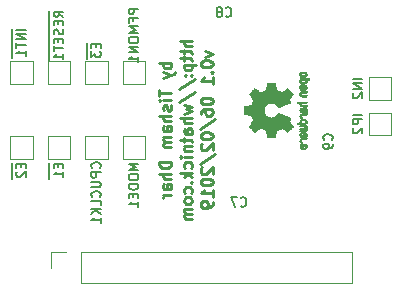
<source format=gbo>
G04 #@! TF.GenerationSoftware,KiCad,Pcbnew,(2018-02-15 revision 29b28de31)-makepkg*
G04 #@! TF.CreationDate,2019-02-03T15:17:45+10:30*
G04 #@! TF.ProjectId,CS5464_Breakout,4353353436345F427265616B6F75742E,rev?*
G04 #@! TF.SameCoordinates,Original*
G04 #@! TF.FileFunction,Legend,Bot*
G04 #@! TF.FilePolarity,Positive*
%FSLAX46Y46*%
G04 Gerber Fmt 4.6, Leading zero omitted, Abs format (unit mm)*
G04 Created by KiCad (PCBNEW (2018-02-15 revision 29b28de31)-makepkg) date 02/03/19 15:17:45*
%MOMM*%
%LPD*%
G01*
G04 APERTURE LIST*
%ADD10C,0.250000*%
%ADD11C,0.120000*%
%ADD12C,0.010000*%
%ADD13C,0.200000*%
G04 APERTURE END LIST*
D10*
X125702380Y-89333333D02*
X124702380Y-89333333D01*
X125083333Y-89333333D02*
X125035714Y-89428571D01*
X125035714Y-89619047D01*
X125083333Y-89714285D01*
X125130952Y-89761904D01*
X125226190Y-89809523D01*
X125511904Y-89809523D01*
X125607142Y-89761904D01*
X125654761Y-89714285D01*
X125702380Y-89619047D01*
X125702380Y-89428571D01*
X125654761Y-89333333D01*
X125035714Y-90142857D02*
X125702380Y-90380952D01*
X125035714Y-90619047D02*
X125702380Y-90380952D01*
X125940476Y-90285714D01*
X125988095Y-90238095D01*
X126035714Y-90142857D01*
X124702380Y-91619047D02*
X124702380Y-92190476D01*
X125702380Y-91904761D02*
X124702380Y-91904761D01*
X125702380Y-92523809D02*
X125035714Y-92523809D01*
X124702380Y-92523809D02*
X124750000Y-92476190D01*
X124797619Y-92523809D01*
X124750000Y-92571428D01*
X124702380Y-92523809D01*
X124797619Y-92523809D01*
X125654761Y-92952380D02*
X125702380Y-93047619D01*
X125702380Y-93238095D01*
X125654761Y-93333333D01*
X125559523Y-93380952D01*
X125511904Y-93380952D01*
X125416666Y-93333333D01*
X125369047Y-93238095D01*
X125369047Y-93095238D01*
X125321428Y-93000000D01*
X125226190Y-92952380D01*
X125178571Y-92952380D01*
X125083333Y-93000000D01*
X125035714Y-93095238D01*
X125035714Y-93238095D01*
X125083333Y-93333333D01*
X125702380Y-93809523D02*
X124702380Y-93809523D01*
X125702380Y-94238095D02*
X125178571Y-94238095D01*
X125083333Y-94190476D01*
X125035714Y-94095238D01*
X125035714Y-93952380D01*
X125083333Y-93857142D01*
X125130952Y-93809523D01*
X125702380Y-95142857D02*
X125178571Y-95142857D01*
X125083333Y-95095238D01*
X125035714Y-95000000D01*
X125035714Y-94809523D01*
X125083333Y-94714285D01*
X125654761Y-95142857D02*
X125702380Y-95047619D01*
X125702380Y-94809523D01*
X125654761Y-94714285D01*
X125559523Y-94666666D01*
X125464285Y-94666666D01*
X125369047Y-94714285D01*
X125321428Y-94809523D01*
X125321428Y-95047619D01*
X125273809Y-95142857D01*
X125702380Y-95619047D02*
X125035714Y-95619047D01*
X125130952Y-95619047D02*
X125083333Y-95666666D01*
X125035714Y-95761904D01*
X125035714Y-95904761D01*
X125083333Y-96000000D01*
X125178571Y-96047619D01*
X125702380Y-96047619D01*
X125178571Y-96047619D02*
X125083333Y-96095238D01*
X125035714Y-96190476D01*
X125035714Y-96333333D01*
X125083333Y-96428571D01*
X125178571Y-96476190D01*
X125702380Y-96476190D01*
X125702380Y-97714285D02*
X124702380Y-97714285D01*
X124702380Y-97952380D01*
X124750000Y-98095238D01*
X124845238Y-98190476D01*
X124940476Y-98238095D01*
X125130952Y-98285714D01*
X125273809Y-98285714D01*
X125464285Y-98238095D01*
X125559523Y-98190476D01*
X125654761Y-98095238D01*
X125702380Y-97952380D01*
X125702380Y-97714285D01*
X125702380Y-98714285D02*
X124702380Y-98714285D01*
X125702380Y-99142857D02*
X125178571Y-99142857D01*
X125083333Y-99095238D01*
X125035714Y-99000000D01*
X125035714Y-98857142D01*
X125083333Y-98761904D01*
X125130952Y-98714285D01*
X125702380Y-100047619D02*
X125178571Y-100047619D01*
X125083333Y-100000000D01*
X125035714Y-99904761D01*
X125035714Y-99714285D01*
X125083333Y-99619047D01*
X125654761Y-100047619D02*
X125702380Y-99952380D01*
X125702380Y-99714285D01*
X125654761Y-99619047D01*
X125559523Y-99571428D01*
X125464285Y-99571428D01*
X125369047Y-99619047D01*
X125321428Y-99714285D01*
X125321428Y-99952380D01*
X125273809Y-100047619D01*
X125702380Y-100523809D02*
X125035714Y-100523809D01*
X125226190Y-100523809D02*
X125130952Y-100571428D01*
X125083333Y-100619047D01*
X125035714Y-100714285D01*
X125035714Y-100809523D01*
X127452380Y-87452380D02*
X126452380Y-87452380D01*
X127452380Y-87880952D02*
X126928571Y-87880952D01*
X126833333Y-87833333D01*
X126785714Y-87738095D01*
X126785714Y-87595238D01*
X126833333Y-87500000D01*
X126880952Y-87452380D01*
X126785714Y-88214285D02*
X126785714Y-88595238D01*
X126452380Y-88357142D02*
X127309523Y-88357142D01*
X127404761Y-88404761D01*
X127452380Y-88500000D01*
X127452380Y-88595238D01*
X126785714Y-88785714D02*
X126785714Y-89166666D01*
X126452380Y-88928571D02*
X127309523Y-88928571D01*
X127404761Y-88976190D01*
X127452380Y-89071428D01*
X127452380Y-89166666D01*
X126785714Y-89500000D02*
X127785714Y-89500000D01*
X126833333Y-89500000D02*
X126785714Y-89595238D01*
X126785714Y-89785714D01*
X126833333Y-89880952D01*
X126880952Y-89928571D01*
X126976190Y-89976190D01*
X127261904Y-89976190D01*
X127357142Y-89928571D01*
X127404761Y-89880952D01*
X127452380Y-89785714D01*
X127452380Y-89595238D01*
X127404761Y-89500000D01*
X127357142Y-90404761D02*
X127404761Y-90452380D01*
X127452380Y-90404761D01*
X127404761Y-90357142D01*
X127357142Y-90404761D01*
X127452380Y-90404761D01*
X126833333Y-90404761D02*
X126880952Y-90452380D01*
X126928571Y-90404761D01*
X126880952Y-90357142D01*
X126833333Y-90404761D01*
X126928571Y-90404761D01*
X126404761Y-91595238D02*
X127690476Y-90738095D01*
X126404761Y-92642857D02*
X127690476Y-91785714D01*
X126785714Y-92880952D02*
X127452380Y-93071428D01*
X126976190Y-93261904D01*
X127452380Y-93452380D01*
X126785714Y-93642857D01*
X127452380Y-94023809D02*
X126452380Y-94023809D01*
X127452380Y-94452380D02*
X126928571Y-94452380D01*
X126833333Y-94404761D01*
X126785714Y-94309523D01*
X126785714Y-94166666D01*
X126833333Y-94071428D01*
X126880952Y-94023809D01*
X127452380Y-95357142D02*
X126928571Y-95357142D01*
X126833333Y-95309523D01*
X126785714Y-95214285D01*
X126785714Y-95023809D01*
X126833333Y-94928571D01*
X127404761Y-95357142D02*
X127452380Y-95261904D01*
X127452380Y-95023809D01*
X127404761Y-94928571D01*
X127309523Y-94880952D01*
X127214285Y-94880952D01*
X127119047Y-94928571D01*
X127071428Y-95023809D01*
X127071428Y-95261904D01*
X127023809Y-95357142D01*
X126785714Y-95690476D02*
X126785714Y-96071428D01*
X126452380Y-95833333D02*
X127309523Y-95833333D01*
X127404761Y-95880952D01*
X127452380Y-95976190D01*
X127452380Y-96071428D01*
X126785714Y-96404761D02*
X127452380Y-96404761D01*
X126880952Y-96404761D02*
X126833333Y-96452380D01*
X126785714Y-96547619D01*
X126785714Y-96690476D01*
X126833333Y-96785714D01*
X126928571Y-96833333D01*
X127452380Y-96833333D01*
X127452380Y-97309523D02*
X126785714Y-97309523D01*
X126452380Y-97309523D02*
X126500000Y-97261904D01*
X126547619Y-97309523D01*
X126500000Y-97357142D01*
X126452380Y-97309523D01*
X126547619Y-97309523D01*
X127404761Y-98214285D02*
X127452380Y-98119047D01*
X127452380Y-97928571D01*
X127404761Y-97833333D01*
X127357142Y-97785714D01*
X127261904Y-97738095D01*
X126976190Y-97738095D01*
X126880952Y-97785714D01*
X126833333Y-97833333D01*
X126785714Y-97928571D01*
X126785714Y-98119047D01*
X126833333Y-98214285D01*
X127452380Y-98642857D02*
X126452380Y-98642857D01*
X127071428Y-98738095D02*
X127452380Y-99023809D01*
X126785714Y-99023809D02*
X127166666Y-98642857D01*
X127357142Y-99452380D02*
X127404761Y-99499999D01*
X127452380Y-99452380D01*
X127404761Y-99404761D01*
X127357142Y-99452380D01*
X127452380Y-99452380D01*
X127404761Y-100357142D02*
X127452380Y-100261904D01*
X127452380Y-100071428D01*
X127404761Y-99976190D01*
X127357142Y-99928571D01*
X127261904Y-99880952D01*
X126976190Y-99880952D01*
X126880952Y-99928571D01*
X126833333Y-99976190D01*
X126785714Y-100071428D01*
X126785714Y-100261904D01*
X126833333Y-100357142D01*
X127452380Y-100928571D02*
X127404761Y-100833333D01*
X127357142Y-100785714D01*
X127261904Y-100738095D01*
X126976190Y-100738095D01*
X126880952Y-100785714D01*
X126833333Y-100833333D01*
X126785714Y-100928571D01*
X126785714Y-101071428D01*
X126833333Y-101166666D01*
X126880952Y-101214285D01*
X126976190Y-101261904D01*
X127261904Y-101261904D01*
X127357142Y-101214285D01*
X127404761Y-101166666D01*
X127452380Y-101071428D01*
X127452380Y-100928571D01*
X127452380Y-101690476D02*
X126785714Y-101690476D01*
X126880952Y-101690476D02*
X126833333Y-101738095D01*
X126785714Y-101833333D01*
X126785714Y-101976190D01*
X126833333Y-102071428D01*
X126928571Y-102119047D01*
X127452380Y-102119047D01*
X126928571Y-102119047D02*
X126833333Y-102166666D01*
X126785714Y-102261904D01*
X126785714Y-102404761D01*
X126833333Y-102499999D01*
X126928571Y-102547619D01*
X127452380Y-102547619D01*
X128535714Y-88333333D02*
X129202380Y-88571428D01*
X128535714Y-88809523D01*
X128202380Y-89380952D02*
X128202380Y-89476190D01*
X128250000Y-89571428D01*
X128297619Y-89619047D01*
X128392857Y-89666666D01*
X128583333Y-89714285D01*
X128821428Y-89714285D01*
X129011904Y-89666666D01*
X129107142Y-89619047D01*
X129154761Y-89571428D01*
X129202380Y-89476190D01*
X129202380Y-89380952D01*
X129154761Y-89285714D01*
X129107142Y-89238095D01*
X129011904Y-89190476D01*
X128821428Y-89142857D01*
X128583333Y-89142857D01*
X128392857Y-89190476D01*
X128297619Y-89238095D01*
X128250000Y-89285714D01*
X128202380Y-89380952D01*
X129107142Y-90142857D02*
X129154761Y-90190476D01*
X129202380Y-90142857D01*
X129154761Y-90095238D01*
X129107142Y-90142857D01*
X129202380Y-90142857D01*
X129202380Y-91142857D02*
X129202380Y-90571428D01*
X129202380Y-90857142D02*
X128202380Y-90857142D01*
X128345238Y-90761904D01*
X128440476Y-90666666D01*
X128488095Y-90571428D01*
X128202380Y-92523809D02*
X128202380Y-92619047D01*
X128250000Y-92714285D01*
X128297619Y-92761904D01*
X128392857Y-92809523D01*
X128583333Y-92857142D01*
X128821428Y-92857142D01*
X129011904Y-92809523D01*
X129107142Y-92761904D01*
X129154761Y-92714285D01*
X129202380Y-92619047D01*
X129202380Y-92523809D01*
X129154761Y-92428571D01*
X129107142Y-92380952D01*
X129011904Y-92333333D01*
X128821428Y-92285714D01*
X128583333Y-92285714D01*
X128392857Y-92333333D01*
X128297619Y-92380952D01*
X128250000Y-92428571D01*
X128202380Y-92523809D01*
X128202380Y-93714285D02*
X128202380Y-93523809D01*
X128250000Y-93428571D01*
X128297619Y-93380952D01*
X128440476Y-93285714D01*
X128630952Y-93238095D01*
X129011904Y-93238095D01*
X129107142Y-93285714D01*
X129154761Y-93333333D01*
X129202380Y-93428571D01*
X129202380Y-93619047D01*
X129154761Y-93714285D01*
X129107142Y-93761904D01*
X129011904Y-93809523D01*
X128773809Y-93809523D01*
X128678571Y-93761904D01*
X128630952Y-93714285D01*
X128583333Y-93619047D01*
X128583333Y-93428571D01*
X128630952Y-93333333D01*
X128678571Y-93285714D01*
X128773809Y-93238095D01*
X128154761Y-94952380D02*
X129440476Y-94095238D01*
X128202380Y-95476190D02*
X128202380Y-95571428D01*
X128250000Y-95666666D01*
X128297619Y-95714285D01*
X128392857Y-95761904D01*
X128583333Y-95809523D01*
X128821428Y-95809523D01*
X129011904Y-95761904D01*
X129107142Y-95714285D01*
X129154761Y-95666666D01*
X129202380Y-95571428D01*
X129202380Y-95476190D01*
X129154761Y-95380952D01*
X129107142Y-95333333D01*
X129011904Y-95285714D01*
X128821428Y-95238095D01*
X128583333Y-95238095D01*
X128392857Y-95285714D01*
X128297619Y-95333333D01*
X128250000Y-95380952D01*
X128202380Y-95476190D01*
X128297619Y-96190476D02*
X128250000Y-96238095D01*
X128202380Y-96333333D01*
X128202380Y-96571428D01*
X128250000Y-96666666D01*
X128297619Y-96714285D01*
X128392857Y-96761904D01*
X128488095Y-96761904D01*
X128630952Y-96714285D01*
X129202380Y-96142857D01*
X129202380Y-96761904D01*
X128154761Y-97904761D02*
X129440476Y-97047619D01*
X128297619Y-98190476D02*
X128250000Y-98238095D01*
X128202380Y-98333333D01*
X128202380Y-98571428D01*
X128250000Y-98666666D01*
X128297619Y-98714285D01*
X128392857Y-98761904D01*
X128488095Y-98761904D01*
X128630952Y-98714285D01*
X129202380Y-98142857D01*
X129202380Y-98761904D01*
X128202380Y-99380952D02*
X128202380Y-99476190D01*
X128250000Y-99571428D01*
X128297619Y-99619047D01*
X128392857Y-99666666D01*
X128583333Y-99714285D01*
X128821428Y-99714285D01*
X129011904Y-99666666D01*
X129107142Y-99619047D01*
X129154761Y-99571428D01*
X129202380Y-99476190D01*
X129202380Y-99380952D01*
X129154761Y-99285714D01*
X129107142Y-99238095D01*
X129011904Y-99190476D01*
X128821428Y-99142857D01*
X128583333Y-99142857D01*
X128392857Y-99190476D01*
X128297619Y-99238095D01*
X128250000Y-99285714D01*
X128202380Y-99380952D01*
X129202380Y-100666666D02*
X129202380Y-100095238D01*
X129202380Y-100380952D02*
X128202380Y-100380952D01*
X128345238Y-100285714D01*
X128440476Y-100190476D01*
X128488095Y-100095238D01*
X129202380Y-101142857D02*
X129202380Y-101333333D01*
X129154761Y-101428571D01*
X129107142Y-101476190D01*
X128964285Y-101571428D01*
X128773809Y-101619047D01*
X128392857Y-101619047D01*
X128297619Y-101571428D01*
X128250000Y-101523809D01*
X128202380Y-101428571D01*
X128202380Y-101238095D01*
X128250000Y-101142857D01*
X128297619Y-101095238D01*
X128392857Y-101047619D01*
X128630952Y-101047619D01*
X128726190Y-101095238D01*
X128773809Y-101142857D01*
X128821428Y-101238095D01*
X128821428Y-101428571D01*
X128773809Y-101523809D01*
X128726190Y-101571428D01*
X128630952Y-101619047D01*
D11*
X142444000Y-92466900D02*
X144344000Y-92466900D01*
X142444000Y-90566900D02*
X142444000Y-92466900D01*
X144344000Y-90566900D02*
X142444000Y-90566900D01*
X144344000Y-92466900D02*
X144344000Y-90566900D01*
X144344000Y-95460700D02*
X144344000Y-93560700D01*
X144344000Y-93560700D02*
X142444000Y-93560700D01*
X142444000Y-93560700D02*
X142444000Y-95460700D01*
X142444000Y-95460700D02*
X144344000Y-95460700D01*
X121605000Y-97470000D02*
X123505000Y-97470000D01*
X123505000Y-97470000D02*
X123505000Y-95570000D01*
X123505000Y-95570000D02*
X121605000Y-95570000D01*
X121605000Y-95570000D02*
X121605000Y-97470000D01*
X118430000Y-97470000D02*
X120330000Y-97470000D01*
X120330000Y-97470000D02*
X120330000Y-95570000D01*
X120330000Y-95570000D02*
X118430000Y-95570000D01*
X118430000Y-95570000D02*
X118430000Y-97470000D01*
X115255000Y-95570000D02*
X115255000Y-97470000D01*
X117155000Y-95570000D02*
X115255000Y-95570000D01*
X117155000Y-97470000D02*
X117155000Y-95570000D01*
X115255000Y-97470000D02*
X117155000Y-97470000D01*
X112080000Y-97470000D02*
X113980000Y-97470000D01*
X113980000Y-97470000D02*
X113980000Y-95570000D01*
X113980000Y-95570000D02*
X112080000Y-95570000D01*
X112080000Y-95570000D02*
X112080000Y-97470000D01*
X118430000Y-89220000D02*
X118430000Y-91120000D01*
X120330000Y-89220000D02*
X118430000Y-89220000D01*
X120330000Y-91120000D02*
X120330000Y-89220000D01*
X118430000Y-91120000D02*
X120330000Y-91120000D01*
X112080000Y-91120000D02*
X113980000Y-91120000D01*
X113980000Y-91120000D02*
X113980000Y-89220000D01*
X113980000Y-89220000D02*
X112080000Y-89220000D01*
X112080000Y-89220000D02*
X112080000Y-91120000D01*
X115255000Y-89220000D02*
X115255000Y-91120000D01*
X117155000Y-89220000D02*
X115255000Y-89220000D01*
X117155000Y-91120000D02*
X117155000Y-89220000D01*
X115255000Y-91120000D02*
X117155000Y-91120000D01*
X121605000Y-91120000D02*
X123505000Y-91120000D01*
X123505000Y-91120000D02*
X123505000Y-89220000D01*
X123505000Y-89220000D02*
X121605000Y-89220000D01*
X121605000Y-89220000D02*
X121605000Y-91120000D01*
D12*
G36*
X136539918Y-90944744D02*
X136567568Y-91000201D01*
X136618480Y-91049148D01*
X136637338Y-91062629D01*
X136662015Y-91077314D01*
X136688816Y-91086842D01*
X136724587Y-91092293D01*
X136776169Y-91094747D01*
X136844267Y-91095286D01*
X136937588Y-91092852D01*
X137007657Y-91084394D01*
X137059931Y-91068174D01*
X137099869Y-91042454D01*
X137132929Y-91005497D01*
X137134886Y-91002782D01*
X137154908Y-90966360D01*
X137164815Y-90922502D01*
X137167257Y-90866724D01*
X137167257Y-90776048D01*
X137255283Y-90776010D01*
X137304308Y-90775166D01*
X137333065Y-90770024D01*
X137350311Y-90756587D01*
X137364808Y-90730858D01*
X137367769Y-90724679D01*
X137381648Y-90695764D01*
X137390414Y-90673376D01*
X137391171Y-90656729D01*
X137381023Y-90645036D01*
X137357073Y-90637510D01*
X137316426Y-90633366D01*
X137256186Y-90631815D01*
X137173455Y-90632071D01*
X137065339Y-90633349D01*
X137033000Y-90633748D01*
X136921524Y-90635185D01*
X136848603Y-90636472D01*
X136848603Y-90775971D01*
X136910499Y-90776755D01*
X136950997Y-90780240D01*
X136977708Y-90788124D01*
X136998244Y-90802105D01*
X137008260Y-90811597D01*
X137037567Y-90850404D01*
X137039952Y-90884763D01*
X137015750Y-90920216D01*
X137014857Y-90921114D01*
X136996153Y-90935539D01*
X136970732Y-90944313D01*
X136931584Y-90948739D01*
X136871697Y-90950118D01*
X136858430Y-90950143D01*
X136775901Y-90946812D01*
X136718691Y-90935969D01*
X136683766Y-90916340D01*
X136668094Y-90886650D01*
X136666514Y-90869491D01*
X136673926Y-90828766D01*
X136698330Y-90800832D01*
X136742980Y-90784017D01*
X136811130Y-90776650D01*
X136848603Y-90775971D01*
X136848603Y-90636472D01*
X136835245Y-90636708D01*
X136770333Y-90638677D01*
X136722958Y-90641450D01*
X136689290Y-90645388D01*
X136665498Y-90650849D01*
X136647753Y-90658192D01*
X136632224Y-90667777D01*
X136626381Y-90671887D01*
X136571185Y-90726405D01*
X136539890Y-90795336D01*
X136531165Y-90875072D01*
X136539918Y-90944744D01*
X136539918Y-90944744D01*
G37*
X136539918Y-90944744D02*
X136567568Y-91000201D01*
X136618480Y-91049148D01*
X136637338Y-91062629D01*
X136662015Y-91077314D01*
X136688816Y-91086842D01*
X136724587Y-91092293D01*
X136776169Y-91094747D01*
X136844267Y-91095286D01*
X136937588Y-91092852D01*
X137007657Y-91084394D01*
X137059931Y-91068174D01*
X137099869Y-91042454D01*
X137132929Y-91005497D01*
X137134886Y-91002782D01*
X137154908Y-90966360D01*
X137164815Y-90922502D01*
X137167257Y-90866724D01*
X137167257Y-90776048D01*
X137255283Y-90776010D01*
X137304308Y-90775166D01*
X137333065Y-90770024D01*
X137350311Y-90756587D01*
X137364808Y-90730858D01*
X137367769Y-90724679D01*
X137381648Y-90695764D01*
X137390414Y-90673376D01*
X137391171Y-90656729D01*
X137381023Y-90645036D01*
X137357073Y-90637510D01*
X137316426Y-90633366D01*
X137256186Y-90631815D01*
X137173455Y-90632071D01*
X137065339Y-90633349D01*
X137033000Y-90633748D01*
X136921524Y-90635185D01*
X136848603Y-90636472D01*
X136848603Y-90775971D01*
X136910499Y-90776755D01*
X136950997Y-90780240D01*
X136977708Y-90788124D01*
X136998244Y-90802105D01*
X137008260Y-90811597D01*
X137037567Y-90850404D01*
X137039952Y-90884763D01*
X137015750Y-90920216D01*
X137014857Y-90921114D01*
X136996153Y-90935539D01*
X136970732Y-90944313D01*
X136931584Y-90948739D01*
X136871697Y-90950118D01*
X136858430Y-90950143D01*
X136775901Y-90946812D01*
X136718691Y-90935969D01*
X136683766Y-90916340D01*
X136668094Y-90886650D01*
X136666514Y-90869491D01*
X136673926Y-90828766D01*
X136698330Y-90800832D01*
X136742980Y-90784017D01*
X136811130Y-90776650D01*
X136848603Y-90775971D01*
X136848603Y-90636472D01*
X136835245Y-90636708D01*
X136770333Y-90638677D01*
X136722958Y-90641450D01*
X136689290Y-90645388D01*
X136665498Y-90650849D01*
X136647753Y-90658192D01*
X136632224Y-90667777D01*
X136626381Y-90671887D01*
X136571185Y-90726405D01*
X136539890Y-90795336D01*
X136531165Y-90875072D01*
X136539918Y-90944744D01*
G36*
X136547780Y-92061093D02*
X136574723Y-92107672D01*
X136601466Y-92140057D01*
X136629484Y-92163742D01*
X136663748Y-92180059D01*
X136709227Y-92190339D01*
X136770892Y-92195914D01*
X136853711Y-92198116D01*
X136913246Y-92198371D01*
X137132391Y-92198371D01*
X137160044Y-92136686D01*
X137187697Y-92075000D01*
X136947670Y-92067743D01*
X136858028Y-92064744D01*
X136792962Y-92061598D01*
X136748026Y-92057701D01*
X136718770Y-92052447D01*
X136700748Y-92045231D01*
X136689511Y-92035450D01*
X136687079Y-92032312D01*
X136668083Y-91984761D01*
X136675600Y-91936697D01*
X136695543Y-91908086D01*
X136709675Y-91896447D01*
X136728220Y-91888391D01*
X136756334Y-91883271D01*
X136799173Y-91880441D01*
X136861895Y-91879256D01*
X136927261Y-91879057D01*
X137009268Y-91879018D01*
X137067316Y-91877614D01*
X137106465Y-91872914D01*
X137131780Y-91862987D01*
X137148323Y-91845903D01*
X137161156Y-91819732D01*
X137174491Y-91784775D01*
X137189007Y-91746596D01*
X136931389Y-91751141D01*
X136838519Y-91752971D01*
X136769889Y-91755112D01*
X136720711Y-91758181D01*
X136686198Y-91762794D01*
X136661562Y-91769568D01*
X136642016Y-91779119D01*
X136624770Y-91790634D01*
X136569680Y-91846190D01*
X136537822Y-91913980D01*
X136530191Y-91987713D01*
X136547780Y-92061093D01*
X136547780Y-92061093D01*
G37*
X136547780Y-92061093D02*
X136574723Y-92107672D01*
X136601466Y-92140057D01*
X136629484Y-92163742D01*
X136663748Y-92180059D01*
X136709227Y-92190339D01*
X136770892Y-92195914D01*
X136853711Y-92198116D01*
X136913246Y-92198371D01*
X137132391Y-92198371D01*
X137160044Y-92136686D01*
X137187697Y-92075000D01*
X136947670Y-92067743D01*
X136858028Y-92064744D01*
X136792962Y-92061598D01*
X136748026Y-92057701D01*
X136718770Y-92052447D01*
X136700748Y-92045231D01*
X136689511Y-92035450D01*
X136687079Y-92032312D01*
X136668083Y-91984761D01*
X136675600Y-91936697D01*
X136695543Y-91908086D01*
X136709675Y-91896447D01*
X136728220Y-91888391D01*
X136756334Y-91883271D01*
X136799173Y-91880441D01*
X136861895Y-91879256D01*
X136927261Y-91879057D01*
X137009268Y-91879018D01*
X137067316Y-91877614D01*
X137106465Y-91872914D01*
X137131780Y-91862987D01*
X137148323Y-91845903D01*
X137161156Y-91819732D01*
X137174491Y-91784775D01*
X137189007Y-91746596D01*
X136931389Y-91751141D01*
X136838519Y-91752971D01*
X136769889Y-91755112D01*
X136720711Y-91758181D01*
X136686198Y-91762794D01*
X136661562Y-91769568D01*
X136642016Y-91779119D01*
X136624770Y-91790634D01*
X136569680Y-91846190D01*
X136537822Y-91913980D01*
X136530191Y-91987713D01*
X136547780Y-92061093D01*
G36*
X136541962Y-90386115D02*
X136577733Y-90454145D01*
X136635301Y-90504351D01*
X136672312Y-90522185D01*
X136727882Y-90536063D01*
X136798096Y-90543167D01*
X136874727Y-90543840D01*
X136949552Y-90538427D01*
X137014342Y-90527270D01*
X137060873Y-90510714D01*
X137068887Y-90505626D01*
X137128707Y-90445355D01*
X137164535Y-90373769D01*
X137175020Y-90296092D01*
X137158810Y-90217548D01*
X137149092Y-90195689D01*
X137119143Y-90153122D01*
X137079433Y-90115763D01*
X137074397Y-90112232D01*
X137050124Y-90097881D01*
X137024178Y-90088394D01*
X136990022Y-90082790D01*
X136941119Y-90080086D01*
X136870935Y-90079299D01*
X136855200Y-90079286D01*
X136850192Y-90079322D01*
X136850192Y-90224429D01*
X136916430Y-90225273D01*
X136960386Y-90228596D01*
X136988779Y-90235583D01*
X137008325Y-90247416D01*
X137014857Y-90253457D01*
X137039680Y-90288186D01*
X137038548Y-90321903D01*
X137017016Y-90355995D01*
X136994029Y-90376329D01*
X136960478Y-90388371D01*
X136907569Y-90395134D01*
X136901399Y-90395598D01*
X136805513Y-90396752D01*
X136734299Y-90384688D01*
X136688194Y-90359570D01*
X136667635Y-90321560D01*
X136666514Y-90307992D01*
X136672152Y-90272364D01*
X136691686Y-90247994D01*
X136729042Y-90233093D01*
X136788150Y-90225875D01*
X136850192Y-90224429D01*
X136850192Y-90079322D01*
X136780413Y-90079826D01*
X136728159Y-90082096D01*
X136691949Y-90087068D01*
X136665299Y-90095713D01*
X136641722Y-90109005D01*
X136637338Y-90111943D01*
X136578249Y-90161313D01*
X136543947Y-90215109D01*
X136530331Y-90280602D01*
X136529665Y-90302842D01*
X136541962Y-90386115D01*
X136541962Y-90386115D01*
G37*
X136541962Y-90386115D02*
X136577733Y-90454145D01*
X136635301Y-90504351D01*
X136672312Y-90522185D01*
X136727882Y-90536063D01*
X136798096Y-90543167D01*
X136874727Y-90543840D01*
X136949552Y-90538427D01*
X137014342Y-90527270D01*
X137060873Y-90510714D01*
X137068887Y-90505626D01*
X137128707Y-90445355D01*
X137164535Y-90373769D01*
X137175020Y-90296092D01*
X137158810Y-90217548D01*
X137149092Y-90195689D01*
X137119143Y-90153122D01*
X137079433Y-90115763D01*
X137074397Y-90112232D01*
X137050124Y-90097881D01*
X137024178Y-90088394D01*
X136990022Y-90082790D01*
X136941119Y-90080086D01*
X136870935Y-90079299D01*
X136855200Y-90079286D01*
X136850192Y-90079322D01*
X136850192Y-90224429D01*
X136916430Y-90225273D01*
X136960386Y-90228596D01*
X136988779Y-90235583D01*
X137008325Y-90247416D01*
X137014857Y-90253457D01*
X137039680Y-90288186D01*
X137038548Y-90321903D01*
X137017016Y-90355995D01*
X136994029Y-90376329D01*
X136960478Y-90388371D01*
X136907569Y-90395134D01*
X136901399Y-90395598D01*
X136805513Y-90396752D01*
X136734299Y-90384688D01*
X136688194Y-90359570D01*
X136667635Y-90321560D01*
X136666514Y-90307992D01*
X136672152Y-90272364D01*
X136691686Y-90247994D01*
X136729042Y-90233093D01*
X136788150Y-90225875D01*
X136850192Y-90224429D01*
X136850192Y-90079322D01*
X136780413Y-90079826D01*
X136728159Y-90082096D01*
X136691949Y-90087068D01*
X136665299Y-90095713D01*
X136641722Y-90109005D01*
X136637338Y-90111943D01*
X136578249Y-90161313D01*
X136543947Y-90215109D01*
X136530331Y-90280602D01*
X136529665Y-90302842D01*
X136541962Y-90386115D01*
G36*
X136551239Y-91513303D02*
X136589735Y-91570527D01*
X136645335Y-91614749D01*
X136716086Y-91641167D01*
X136768162Y-91646510D01*
X136789893Y-91645903D01*
X136806531Y-91640822D01*
X136821437Y-91626855D01*
X136837973Y-91599589D01*
X136859498Y-91554612D01*
X136889374Y-91487511D01*
X136889524Y-91487171D01*
X136917813Y-91425407D01*
X136942933Y-91374759D01*
X136962179Y-91340404D01*
X136972848Y-91327518D01*
X136972934Y-91327514D01*
X136996166Y-91338872D01*
X137021774Y-91365431D01*
X137040221Y-91395923D01*
X137043886Y-91411370D01*
X137031212Y-91453515D01*
X136999471Y-91489808D01*
X136964572Y-91507517D01*
X136938845Y-91524552D01*
X136909546Y-91557922D01*
X136884235Y-91597149D01*
X136870471Y-91631756D01*
X136869714Y-91638993D01*
X136882160Y-91647139D01*
X136913972Y-91647630D01*
X136956866Y-91641643D01*
X137002558Y-91630357D01*
X137042761Y-91614950D01*
X137044322Y-91614171D01*
X137109062Y-91567804D01*
X137153097Y-91507711D01*
X137174711Y-91439465D01*
X137172185Y-91368638D01*
X137143804Y-91300804D01*
X137141808Y-91297788D01*
X137093448Y-91244427D01*
X137030352Y-91209340D01*
X136947387Y-91189922D01*
X136924078Y-91187316D01*
X136814055Y-91182701D01*
X136762748Y-91188233D01*
X136762748Y-91327514D01*
X136794753Y-91329324D01*
X136804093Y-91339222D01*
X136797105Y-91363898D01*
X136780587Y-91402795D01*
X136759881Y-91446275D01*
X136759333Y-91447356D01*
X136739949Y-91484209D01*
X136727013Y-91499000D01*
X136713451Y-91495353D01*
X136695632Y-91479995D01*
X136669845Y-91440923D01*
X136667950Y-91398846D01*
X136686717Y-91361103D01*
X136722915Y-91335034D01*
X136762748Y-91327514D01*
X136762748Y-91188233D01*
X136726027Y-91192194D01*
X136656212Y-91216550D01*
X136607302Y-91250456D01*
X136557878Y-91311653D01*
X136533359Y-91379063D01*
X136531797Y-91447880D01*
X136551239Y-91513303D01*
X136551239Y-91513303D01*
G37*
X136551239Y-91513303D02*
X136589735Y-91570527D01*
X136645335Y-91614749D01*
X136716086Y-91641167D01*
X136768162Y-91646510D01*
X136789893Y-91645903D01*
X136806531Y-91640822D01*
X136821437Y-91626855D01*
X136837973Y-91599589D01*
X136859498Y-91554612D01*
X136889374Y-91487511D01*
X136889524Y-91487171D01*
X136917813Y-91425407D01*
X136942933Y-91374759D01*
X136962179Y-91340404D01*
X136972848Y-91327518D01*
X136972934Y-91327514D01*
X136996166Y-91338872D01*
X137021774Y-91365431D01*
X137040221Y-91395923D01*
X137043886Y-91411370D01*
X137031212Y-91453515D01*
X136999471Y-91489808D01*
X136964572Y-91507517D01*
X136938845Y-91524552D01*
X136909546Y-91557922D01*
X136884235Y-91597149D01*
X136870471Y-91631756D01*
X136869714Y-91638993D01*
X136882160Y-91647139D01*
X136913972Y-91647630D01*
X136956866Y-91641643D01*
X137002558Y-91630357D01*
X137042761Y-91614950D01*
X137044322Y-91614171D01*
X137109062Y-91567804D01*
X137153097Y-91507711D01*
X137174711Y-91439465D01*
X137172185Y-91368638D01*
X137143804Y-91300804D01*
X137141808Y-91297788D01*
X137093448Y-91244427D01*
X137030352Y-91209340D01*
X136947387Y-91189922D01*
X136924078Y-91187316D01*
X136814055Y-91182701D01*
X136762748Y-91188233D01*
X136762748Y-91327514D01*
X136794753Y-91329324D01*
X136804093Y-91339222D01*
X136797105Y-91363898D01*
X136780587Y-91402795D01*
X136759881Y-91446275D01*
X136759333Y-91447356D01*
X136739949Y-91484209D01*
X136727013Y-91499000D01*
X136713451Y-91495353D01*
X136695632Y-91479995D01*
X136669845Y-91440923D01*
X136667950Y-91398846D01*
X136686717Y-91361103D01*
X136722915Y-91335034D01*
X136762748Y-91327514D01*
X136762748Y-91188233D01*
X136726027Y-91192194D01*
X136656212Y-91216550D01*
X136607302Y-91250456D01*
X136557878Y-91311653D01*
X136533359Y-91379063D01*
X136531797Y-91447880D01*
X136551239Y-91513303D01*
G36*
X136471289Y-92720886D02*
X136530613Y-92725139D01*
X136565572Y-92730025D01*
X136580820Y-92736795D01*
X136581015Y-92746702D01*
X136579195Y-92749914D01*
X136566015Y-92792644D01*
X136566785Y-92848227D01*
X136580333Y-92904737D01*
X136597861Y-92940082D01*
X136625861Y-92976321D01*
X136657549Y-93002813D01*
X136697813Y-93020999D01*
X136751543Y-93032322D01*
X136823626Y-93038222D01*
X136918951Y-93040143D01*
X136937237Y-93040177D01*
X137142646Y-93040200D01*
X137158580Y-92994491D01*
X137169420Y-92962027D01*
X137174468Y-92944215D01*
X137174514Y-92943691D01*
X137160828Y-92941937D01*
X137123076Y-92940444D01*
X137066224Y-92939326D01*
X136995234Y-92938697D01*
X136952073Y-92938600D01*
X136866973Y-92938398D01*
X136805981Y-92937358D01*
X136764177Y-92934831D01*
X136736642Y-92930164D01*
X136718456Y-92922707D01*
X136704698Y-92911811D01*
X136698073Y-92905007D01*
X136671375Y-92858272D01*
X136669375Y-92807272D01*
X136691955Y-92761001D01*
X136700107Y-92752444D01*
X136715436Y-92739893D01*
X136733618Y-92731188D01*
X136759909Y-92725631D01*
X136799562Y-92722526D01*
X136857832Y-92721176D01*
X136938173Y-92720886D01*
X137142646Y-92720886D01*
X137158580Y-92675177D01*
X137169420Y-92642713D01*
X137174468Y-92624901D01*
X137174514Y-92624377D01*
X137160623Y-92623037D01*
X137121439Y-92621828D01*
X137060700Y-92620801D01*
X136982141Y-92620002D01*
X136889498Y-92619481D01*
X136786509Y-92619286D01*
X136389342Y-92619286D01*
X136369444Y-92666457D01*
X136349547Y-92713629D01*
X136471289Y-92720886D01*
X136471289Y-92720886D01*
G37*
X136471289Y-92720886D02*
X136530613Y-92725139D01*
X136565572Y-92730025D01*
X136580820Y-92736795D01*
X136581015Y-92746702D01*
X136579195Y-92749914D01*
X136566015Y-92792644D01*
X136566785Y-92848227D01*
X136580333Y-92904737D01*
X136597861Y-92940082D01*
X136625861Y-92976321D01*
X136657549Y-93002813D01*
X136697813Y-93020999D01*
X136751543Y-93032322D01*
X136823626Y-93038222D01*
X136918951Y-93040143D01*
X136937237Y-93040177D01*
X137142646Y-93040200D01*
X137158580Y-92994491D01*
X137169420Y-92962027D01*
X137174468Y-92944215D01*
X137174514Y-92943691D01*
X137160828Y-92941937D01*
X137123076Y-92940444D01*
X137066224Y-92939326D01*
X136995234Y-92938697D01*
X136952073Y-92938600D01*
X136866973Y-92938398D01*
X136805981Y-92937358D01*
X136764177Y-92934831D01*
X136736642Y-92930164D01*
X136718456Y-92922707D01*
X136704698Y-92911811D01*
X136698073Y-92905007D01*
X136671375Y-92858272D01*
X136669375Y-92807272D01*
X136691955Y-92761001D01*
X136700107Y-92752444D01*
X136715436Y-92739893D01*
X136733618Y-92731188D01*
X136759909Y-92725631D01*
X136799562Y-92722526D01*
X136857832Y-92721176D01*
X136938173Y-92720886D01*
X137142646Y-92720886D01*
X137158580Y-92675177D01*
X137169420Y-92642713D01*
X137174468Y-92624901D01*
X137174514Y-92624377D01*
X137160623Y-92623037D01*
X137121439Y-92621828D01*
X137060700Y-92620801D01*
X136982141Y-92620002D01*
X136889498Y-92619481D01*
X136786509Y-92619286D01*
X136389342Y-92619286D01*
X136369444Y-92666457D01*
X136349547Y-92713629D01*
X136471289Y-92720886D01*
G36*
X136570968Y-93384744D02*
X136592087Y-93441616D01*
X136592493Y-93442267D01*
X136618380Y-93477440D01*
X136648633Y-93503407D01*
X136688058Y-93521670D01*
X136741462Y-93533732D01*
X136813651Y-93541096D01*
X136909432Y-93545264D01*
X136923078Y-93545629D01*
X137128842Y-93550876D01*
X137151678Y-93506716D01*
X137167110Y-93474763D01*
X137174423Y-93455470D01*
X137174514Y-93454578D01*
X137161022Y-93451239D01*
X137124626Y-93448587D01*
X137071452Y-93446956D01*
X137028393Y-93446600D01*
X136958641Y-93446592D01*
X136914837Y-93443403D01*
X136893944Y-93432288D01*
X136892925Y-93408501D01*
X136908741Y-93367296D01*
X136937815Y-93305086D01*
X136961963Y-93259341D01*
X136982913Y-93235813D01*
X137005747Y-93228896D01*
X137006877Y-93228886D01*
X137046212Y-93240299D01*
X137067462Y-93274092D01*
X137070539Y-93325809D01*
X137070006Y-93363061D01*
X137080735Y-93382703D01*
X137106505Y-93394952D01*
X137139337Y-93402002D01*
X137157966Y-93391842D01*
X137160632Y-93388017D01*
X137171340Y-93352001D01*
X137172856Y-93301566D01*
X137165759Y-93249626D01*
X137152788Y-93212822D01*
X137109585Y-93161938D01*
X137049446Y-93133014D01*
X137002462Y-93127286D01*
X136960082Y-93131657D01*
X136925488Y-93147475D01*
X136894763Y-93178797D01*
X136863990Y-93229678D01*
X136829252Y-93304176D01*
X136827288Y-93308714D01*
X136796287Y-93375821D01*
X136770862Y-93417232D01*
X136748014Y-93434981D01*
X136724745Y-93431107D01*
X136698056Y-93407643D01*
X136691914Y-93400627D01*
X136668100Y-93353630D01*
X136669103Y-93304933D01*
X136692451Y-93262522D01*
X136735675Y-93234384D01*
X136744160Y-93231769D01*
X136785308Y-93206308D01*
X136805128Y-93174001D01*
X136824770Y-93127286D01*
X136773950Y-93127286D01*
X136700082Y-93141496D01*
X136632327Y-93183675D01*
X136609661Y-93205624D01*
X136580569Y-93255517D01*
X136567400Y-93318967D01*
X136570968Y-93384744D01*
X136570968Y-93384744D01*
G37*
X136570968Y-93384744D02*
X136592087Y-93441616D01*
X136592493Y-93442267D01*
X136618380Y-93477440D01*
X136648633Y-93503407D01*
X136688058Y-93521670D01*
X136741462Y-93533732D01*
X136813651Y-93541096D01*
X136909432Y-93545264D01*
X136923078Y-93545629D01*
X137128842Y-93550876D01*
X137151678Y-93506716D01*
X137167110Y-93474763D01*
X137174423Y-93455470D01*
X137174514Y-93454578D01*
X137161022Y-93451239D01*
X137124626Y-93448587D01*
X137071452Y-93446956D01*
X137028393Y-93446600D01*
X136958641Y-93446592D01*
X136914837Y-93443403D01*
X136893944Y-93432288D01*
X136892925Y-93408501D01*
X136908741Y-93367296D01*
X136937815Y-93305086D01*
X136961963Y-93259341D01*
X136982913Y-93235813D01*
X137005747Y-93228896D01*
X137006877Y-93228886D01*
X137046212Y-93240299D01*
X137067462Y-93274092D01*
X137070539Y-93325809D01*
X137070006Y-93363061D01*
X137080735Y-93382703D01*
X137106505Y-93394952D01*
X137139337Y-93402002D01*
X137157966Y-93391842D01*
X137160632Y-93388017D01*
X137171340Y-93352001D01*
X137172856Y-93301566D01*
X137165759Y-93249626D01*
X137152788Y-93212822D01*
X137109585Y-93161938D01*
X137049446Y-93133014D01*
X137002462Y-93127286D01*
X136960082Y-93131657D01*
X136925488Y-93147475D01*
X136894763Y-93178797D01*
X136863990Y-93229678D01*
X136829252Y-93304176D01*
X136827288Y-93308714D01*
X136796287Y-93375821D01*
X136770862Y-93417232D01*
X136748014Y-93434981D01*
X136724745Y-93431107D01*
X136698056Y-93407643D01*
X136691914Y-93400627D01*
X136668100Y-93353630D01*
X136669103Y-93304933D01*
X136692451Y-93262522D01*
X136735675Y-93234384D01*
X136744160Y-93231769D01*
X136785308Y-93206308D01*
X136805128Y-93174001D01*
X136824770Y-93127286D01*
X136773950Y-93127286D01*
X136700082Y-93141496D01*
X136632327Y-93183675D01*
X136609661Y-93205624D01*
X136580569Y-93255517D01*
X136567400Y-93318967D01*
X136570968Y-93384744D01*
G36*
X136569755Y-93874926D02*
X136594084Y-93940858D01*
X136637117Y-93994273D01*
X136667409Y-94015164D01*
X136722994Y-94037939D01*
X136763186Y-94037466D01*
X136790217Y-94013562D01*
X136794813Y-94004717D01*
X136809144Y-93966530D01*
X136805472Y-93947028D01*
X136781407Y-93940422D01*
X136768114Y-93940086D01*
X136719210Y-93927992D01*
X136684999Y-93896471D01*
X136668476Y-93852659D01*
X136672634Y-93803695D01*
X136694227Y-93763894D01*
X136706544Y-93750450D01*
X136721487Y-93740921D01*
X136744075Y-93734485D01*
X136779328Y-93730317D01*
X136832266Y-93727597D01*
X136907907Y-93725502D01*
X136931857Y-93724960D01*
X137013790Y-93722981D01*
X137071455Y-93720731D01*
X137109608Y-93717357D01*
X137133004Y-93712006D01*
X137146398Y-93703824D01*
X137154545Y-93691959D01*
X137158144Y-93684362D01*
X137170452Y-93652102D01*
X137174514Y-93633111D01*
X137160948Y-93626836D01*
X137119934Y-93623006D01*
X137050999Y-93621600D01*
X136953669Y-93622598D01*
X136938657Y-93622908D01*
X136849859Y-93625101D01*
X136785019Y-93627693D01*
X136739067Y-93631382D01*
X136706935Y-93636864D01*
X136683553Y-93644835D01*
X136663852Y-93655993D01*
X136655410Y-93661830D01*
X136618057Y-93695296D01*
X136589003Y-93732727D01*
X136586467Y-93737309D01*
X136566443Y-93804426D01*
X136569755Y-93874926D01*
X136569755Y-93874926D01*
G37*
X136569755Y-93874926D02*
X136594084Y-93940858D01*
X136637117Y-93994273D01*
X136667409Y-94015164D01*
X136722994Y-94037939D01*
X136763186Y-94037466D01*
X136790217Y-94013562D01*
X136794813Y-94004717D01*
X136809144Y-93966530D01*
X136805472Y-93947028D01*
X136781407Y-93940422D01*
X136768114Y-93940086D01*
X136719210Y-93927992D01*
X136684999Y-93896471D01*
X136668476Y-93852659D01*
X136672634Y-93803695D01*
X136694227Y-93763894D01*
X136706544Y-93750450D01*
X136721487Y-93740921D01*
X136744075Y-93734485D01*
X136779328Y-93730317D01*
X136832266Y-93727597D01*
X136907907Y-93725502D01*
X136931857Y-93724960D01*
X137013790Y-93722981D01*
X137071455Y-93720731D01*
X137109608Y-93717357D01*
X137133004Y-93712006D01*
X137146398Y-93703824D01*
X137154545Y-93691959D01*
X137158144Y-93684362D01*
X137170452Y-93652102D01*
X137174514Y-93633111D01*
X137160948Y-93626836D01*
X137119934Y-93623006D01*
X137050999Y-93621600D01*
X136953669Y-93622598D01*
X136938657Y-93622908D01*
X136849859Y-93625101D01*
X136785019Y-93627693D01*
X136739067Y-93631382D01*
X136706935Y-93636864D01*
X136683553Y-93644835D01*
X136663852Y-93655993D01*
X136655410Y-93661830D01*
X136618057Y-93695296D01*
X136589003Y-93732727D01*
X136586467Y-93737309D01*
X136566443Y-93804426D01*
X136569755Y-93874926D01*
G36*
X136685358Y-94535117D02*
X136793837Y-94534933D01*
X136877287Y-94534219D01*
X136939704Y-94532675D01*
X136985085Y-94530001D01*
X137017429Y-94525894D01*
X137040733Y-94520055D01*
X137058995Y-94512182D01*
X137069418Y-94506221D01*
X137125945Y-94456855D01*
X137161377Y-94394264D01*
X137174090Y-94325013D01*
X137162463Y-94255668D01*
X137141568Y-94214375D01*
X137105422Y-94171025D01*
X137061276Y-94141481D01*
X137003462Y-94123655D01*
X136926313Y-94115463D01*
X136869714Y-94114302D01*
X136865647Y-94114458D01*
X136865647Y-94215857D01*
X136930550Y-94216476D01*
X136973514Y-94219314D01*
X137001622Y-94225840D01*
X137021953Y-94237523D01*
X137037288Y-94251483D01*
X137066890Y-94298365D01*
X137069419Y-94348701D01*
X137044705Y-94396276D01*
X137041356Y-94399979D01*
X137023935Y-94415783D01*
X137003209Y-94425693D01*
X136972362Y-94431058D01*
X136924577Y-94433228D01*
X136871748Y-94433571D01*
X136805381Y-94432827D01*
X136761106Y-94429748D01*
X136732009Y-94423061D01*
X136711173Y-94411496D01*
X136700107Y-94402013D01*
X136672198Y-94357960D01*
X136668843Y-94307224D01*
X136690159Y-94258796D01*
X136698073Y-94249450D01*
X136715647Y-94233540D01*
X136736587Y-94223610D01*
X136767782Y-94218278D01*
X136816122Y-94216163D01*
X136865647Y-94215857D01*
X136865647Y-94114458D01*
X136778568Y-94117810D01*
X136710086Y-94129726D01*
X136658600Y-94152135D01*
X136618443Y-94187124D01*
X136597861Y-94214375D01*
X136575625Y-94263907D01*
X136565304Y-94321316D01*
X136568067Y-94374682D01*
X136579212Y-94404543D01*
X136582383Y-94416261D01*
X136570557Y-94424037D01*
X136538866Y-94429465D01*
X136490593Y-94433571D01*
X136436829Y-94438067D01*
X136404482Y-94444313D01*
X136385985Y-94455676D01*
X136373770Y-94475528D01*
X136368362Y-94488000D01*
X136348601Y-94535171D01*
X136685358Y-94535117D01*
X136685358Y-94535117D01*
G37*
X136685358Y-94535117D02*
X136793837Y-94534933D01*
X136877287Y-94534219D01*
X136939704Y-94532675D01*
X136985085Y-94530001D01*
X137017429Y-94525894D01*
X137040733Y-94520055D01*
X137058995Y-94512182D01*
X137069418Y-94506221D01*
X137125945Y-94456855D01*
X137161377Y-94394264D01*
X137174090Y-94325013D01*
X137162463Y-94255668D01*
X137141568Y-94214375D01*
X137105422Y-94171025D01*
X137061276Y-94141481D01*
X137003462Y-94123655D01*
X136926313Y-94115463D01*
X136869714Y-94114302D01*
X136865647Y-94114458D01*
X136865647Y-94215857D01*
X136930550Y-94216476D01*
X136973514Y-94219314D01*
X137001622Y-94225840D01*
X137021953Y-94237523D01*
X137037288Y-94251483D01*
X137066890Y-94298365D01*
X137069419Y-94348701D01*
X137044705Y-94396276D01*
X137041356Y-94399979D01*
X137023935Y-94415783D01*
X137003209Y-94425693D01*
X136972362Y-94431058D01*
X136924577Y-94433228D01*
X136871748Y-94433571D01*
X136805381Y-94432827D01*
X136761106Y-94429748D01*
X136732009Y-94423061D01*
X136711173Y-94411496D01*
X136700107Y-94402013D01*
X136672198Y-94357960D01*
X136668843Y-94307224D01*
X136690159Y-94258796D01*
X136698073Y-94249450D01*
X136715647Y-94233540D01*
X136736587Y-94223610D01*
X136767782Y-94218278D01*
X136816122Y-94216163D01*
X136865647Y-94215857D01*
X136865647Y-94114458D01*
X136778568Y-94117810D01*
X136710086Y-94129726D01*
X136658600Y-94152135D01*
X136618443Y-94187124D01*
X136597861Y-94214375D01*
X136575625Y-94263907D01*
X136565304Y-94321316D01*
X136568067Y-94374682D01*
X136579212Y-94404543D01*
X136582383Y-94416261D01*
X136570557Y-94424037D01*
X136538866Y-94429465D01*
X136490593Y-94433571D01*
X136436829Y-94438067D01*
X136404482Y-94444313D01*
X136385985Y-94455676D01*
X136373770Y-94475528D01*
X136368362Y-94488000D01*
X136348601Y-94535171D01*
X136685358Y-94535117D01*
G36*
X136578663Y-95124833D02*
X136616850Y-95127048D01*
X136674886Y-95128784D01*
X136748180Y-95129899D01*
X136825055Y-95130257D01*
X137085196Y-95130257D01*
X137131127Y-95084326D01*
X137159429Y-95052675D01*
X137170893Y-95024890D01*
X137170168Y-94986915D01*
X137168321Y-94971840D01*
X137162948Y-94924726D01*
X137159869Y-94885756D01*
X137159585Y-94876257D01*
X137161445Y-94844233D01*
X137166114Y-94798432D01*
X137168321Y-94780674D01*
X137171735Y-94737057D01*
X137164320Y-94707745D01*
X137141427Y-94678680D01*
X137131127Y-94668188D01*
X137085196Y-94622257D01*
X136598602Y-94622257D01*
X136581758Y-94659226D01*
X136569282Y-94691059D01*
X136564914Y-94709683D01*
X136578718Y-94714458D01*
X136617286Y-94718921D01*
X136676356Y-94722775D01*
X136751663Y-94725722D01*
X136815286Y-94727143D01*
X137065657Y-94731114D01*
X137070556Y-94765759D01*
X137067131Y-94797268D01*
X137056041Y-94812708D01*
X137035308Y-94817023D01*
X136991145Y-94820708D01*
X136929146Y-94823469D01*
X136854909Y-94825012D01*
X136816706Y-94825235D01*
X136596783Y-94825457D01*
X136580849Y-94871166D01*
X136570015Y-94903518D01*
X136564962Y-94921115D01*
X136564914Y-94921623D01*
X136578648Y-94923388D01*
X136616730Y-94925329D01*
X136674482Y-94927282D01*
X136747227Y-94929084D01*
X136815286Y-94930343D01*
X137065657Y-94934314D01*
X137065657Y-95021400D01*
X136837240Y-95025396D01*
X136608822Y-95029392D01*
X136586868Y-95071847D01*
X136571793Y-95103192D01*
X136564951Y-95121744D01*
X136564914Y-95122279D01*
X136578663Y-95124833D01*
X136578663Y-95124833D01*
G37*
X136578663Y-95124833D02*
X136616850Y-95127048D01*
X136674886Y-95128784D01*
X136748180Y-95129899D01*
X136825055Y-95130257D01*
X137085196Y-95130257D01*
X137131127Y-95084326D01*
X137159429Y-95052675D01*
X137170893Y-95024890D01*
X137170168Y-94986915D01*
X137168321Y-94971840D01*
X137162948Y-94924726D01*
X137159869Y-94885756D01*
X137159585Y-94876257D01*
X137161445Y-94844233D01*
X137166114Y-94798432D01*
X137168321Y-94780674D01*
X137171735Y-94737057D01*
X137164320Y-94707745D01*
X137141427Y-94678680D01*
X137131127Y-94668188D01*
X137085196Y-94622257D01*
X136598602Y-94622257D01*
X136581758Y-94659226D01*
X136569282Y-94691059D01*
X136564914Y-94709683D01*
X136578718Y-94714458D01*
X136617286Y-94718921D01*
X136676356Y-94722775D01*
X136751663Y-94725722D01*
X136815286Y-94727143D01*
X137065657Y-94731114D01*
X137070556Y-94765759D01*
X137067131Y-94797268D01*
X137056041Y-94812708D01*
X137035308Y-94817023D01*
X136991145Y-94820708D01*
X136929146Y-94823469D01*
X136854909Y-94825012D01*
X136816706Y-94825235D01*
X136596783Y-94825457D01*
X136580849Y-94871166D01*
X136570015Y-94903518D01*
X136564962Y-94921115D01*
X136564914Y-94921623D01*
X136578648Y-94923388D01*
X136616730Y-94925329D01*
X136674482Y-94927282D01*
X136747227Y-94929084D01*
X136815286Y-94930343D01*
X137065657Y-94934314D01*
X137065657Y-95021400D01*
X136837240Y-95025396D01*
X136608822Y-95029392D01*
X136586868Y-95071847D01*
X136571793Y-95103192D01*
X136564951Y-95121744D01*
X136564914Y-95122279D01*
X136578663Y-95124833D01*
G36*
X136576335Y-95489876D02*
X136595344Y-95531667D01*
X136618378Y-95564469D01*
X136644133Y-95588503D01*
X136677358Y-95605097D01*
X136722800Y-95615577D01*
X136785207Y-95621271D01*
X136869327Y-95623507D01*
X136924721Y-95623743D01*
X137140826Y-95623743D01*
X137157670Y-95586774D01*
X137169981Y-95557656D01*
X137174514Y-95543231D01*
X137161025Y-95540472D01*
X137124653Y-95538282D01*
X137071542Y-95536942D01*
X137029372Y-95536657D01*
X136968447Y-95535434D01*
X136920115Y-95532136D01*
X136890518Y-95527321D01*
X136884229Y-95523496D01*
X136890652Y-95497783D01*
X136907125Y-95457418D01*
X136929458Y-95410679D01*
X136953457Y-95365845D01*
X136974930Y-95331193D01*
X136989685Y-95315002D01*
X136989845Y-95314938D01*
X137017152Y-95316330D01*
X137043219Y-95328818D01*
X137064392Y-95350743D01*
X137071474Y-95382743D01*
X137070649Y-95410092D01*
X137070042Y-95448826D01*
X137079116Y-95469158D01*
X137103092Y-95481369D01*
X137107613Y-95482909D01*
X137141806Y-95488203D01*
X137162568Y-95474047D01*
X137172462Y-95437148D01*
X137174292Y-95397289D01*
X137160727Y-95325562D01*
X137141355Y-95288432D01*
X137095845Y-95242576D01*
X137039983Y-95218256D01*
X136980957Y-95216073D01*
X136925953Y-95236629D01*
X136891486Y-95267549D01*
X136872189Y-95298420D01*
X136847759Y-95346942D01*
X136822985Y-95403485D01*
X136819199Y-95412910D01*
X136791791Y-95475019D01*
X136767634Y-95510822D01*
X136743619Y-95522337D01*
X136716635Y-95511580D01*
X136695543Y-95493114D01*
X136669572Y-95449469D01*
X136667624Y-95401446D01*
X136687637Y-95357406D01*
X136727551Y-95325709D01*
X136737848Y-95321549D01*
X136775724Y-95297327D01*
X136803842Y-95261965D01*
X136826917Y-95217343D01*
X136761485Y-95217343D01*
X136721506Y-95219969D01*
X136689997Y-95231230D01*
X136656378Y-95256199D01*
X136630484Y-95280169D01*
X136593817Y-95317441D01*
X136574121Y-95346401D01*
X136566220Y-95377505D01*
X136564914Y-95412713D01*
X136576335Y-95489876D01*
X136576335Y-95489876D01*
G37*
X136576335Y-95489876D02*
X136595344Y-95531667D01*
X136618378Y-95564469D01*
X136644133Y-95588503D01*
X136677358Y-95605097D01*
X136722800Y-95615577D01*
X136785207Y-95621271D01*
X136869327Y-95623507D01*
X136924721Y-95623743D01*
X137140826Y-95623743D01*
X137157670Y-95586774D01*
X137169981Y-95557656D01*
X137174514Y-95543231D01*
X137161025Y-95540472D01*
X137124653Y-95538282D01*
X137071542Y-95536942D01*
X137029372Y-95536657D01*
X136968447Y-95535434D01*
X136920115Y-95532136D01*
X136890518Y-95527321D01*
X136884229Y-95523496D01*
X136890652Y-95497783D01*
X136907125Y-95457418D01*
X136929458Y-95410679D01*
X136953457Y-95365845D01*
X136974930Y-95331193D01*
X136989685Y-95315002D01*
X136989845Y-95314938D01*
X137017152Y-95316330D01*
X137043219Y-95328818D01*
X137064392Y-95350743D01*
X137071474Y-95382743D01*
X137070649Y-95410092D01*
X137070042Y-95448826D01*
X137079116Y-95469158D01*
X137103092Y-95481369D01*
X137107613Y-95482909D01*
X137141806Y-95488203D01*
X137162568Y-95474047D01*
X137172462Y-95437148D01*
X137174292Y-95397289D01*
X137160727Y-95325562D01*
X137141355Y-95288432D01*
X137095845Y-95242576D01*
X137039983Y-95218256D01*
X136980957Y-95216073D01*
X136925953Y-95236629D01*
X136891486Y-95267549D01*
X136872189Y-95298420D01*
X136847759Y-95346942D01*
X136822985Y-95403485D01*
X136819199Y-95412910D01*
X136791791Y-95475019D01*
X136767634Y-95510822D01*
X136743619Y-95522337D01*
X136716635Y-95511580D01*
X136695543Y-95493114D01*
X136669572Y-95449469D01*
X136667624Y-95401446D01*
X136687637Y-95357406D01*
X136727551Y-95325709D01*
X136737848Y-95321549D01*
X136775724Y-95297327D01*
X136803842Y-95261965D01*
X136826917Y-95217343D01*
X136761485Y-95217343D01*
X136721506Y-95219969D01*
X136689997Y-95231230D01*
X136656378Y-95256199D01*
X136630484Y-95280169D01*
X136593817Y-95317441D01*
X136574121Y-95346401D01*
X136566220Y-95377505D01*
X136564914Y-95412713D01*
X136576335Y-95489876D01*
G36*
X136578752Y-95997600D02*
X136586334Y-96014948D01*
X136619128Y-96056356D01*
X136666547Y-96091765D01*
X136717151Y-96113664D01*
X136742098Y-96117229D01*
X136776927Y-96105279D01*
X136795357Y-96079067D01*
X136806516Y-96050964D01*
X136808572Y-96038095D01*
X136793649Y-96031829D01*
X136761175Y-96019456D01*
X136746502Y-96014028D01*
X136695744Y-95983590D01*
X136670427Y-95939520D01*
X136671206Y-95883010D01*
X136672203Y-95878825D01*
X136686507Y-95848655D01*
X136714393Y-95826476D01*
X136759287Y-95811327D01*
X136824615Y-95802250D01*
X136913804Y-95798286D01*
X136961261Y-95797914D01*
X137036071Y-95797730D01*
X137087069Y-95796522D01*
X137119471Y-95793309D01*
X137138495Y-95787109D01*
X137149356Y-95776940D01*
X137157272Y-95761819D01*
X137157670Y-95760946D01*
X137169981Y-95731828D01*
X137174514Y-95717403D01*
X137160809Y-95715186D01*
X137122925Y-95713289D01*
X137065715Y-95711847D01*
X136994027Y-95710998D01*
X136941565Y-95710829D01*
X136840047Y-95711692D01*
X136763032Y-95715070D01*
X136706023Y-95722142D01*
X136664526Y-95734088D01*
X136634043Y-95752090D01*
X136610080Y-95777327D01*
X136593355Y-95802247D01*
X136571097Y-95862171D01*
X136566076Y-95931911D01*
X136578752Y-95997600D01*
X136578752Y-95997600D01*
G37*
X136578752Y-95997600D02*
X136586334Y-96014948D01*
X136619128Y-96056356D01*
X136666547Y-96091765D01*
X136717151Y-96113664D01*
X136742098Y-96117229D01*
X136776927Y-96105279D01*
X136795357Y-96079067D01*
X136806516Y-96050964D01*
X136808572Y-96038095D01*
X136793649Y-96031829D01*
X136761175Y-96019456D01*
X136746502Y-96014028D01*
X136695744Y-95983590D01*
X136670427Y-95939520D01*
X136671206Y-95883010D01*
X136672203Y-95878825D01*
X136686507Y-95848655D01*
X136714393Y-95826476D01*
X136759287Y-95811327D01*
X136824615Y-95802250D01*
X136913804Y-95798286D01*
X136961261Y-95797914D01*
X137036071Y-95797730D01*
X137087069Y-95796522D01*
X137119471Y-95793309D01*
X137138495Y-95787109D01*
X137149356Y-95776940D01*
X137157272Y-95761819D01*
X137157670Y-95760946D01*
X137169981Y-95731828D01*
X137174514Y-95717403D01*
X137160809Y-95715186D01*
X137122925Y-95713289D01*
X137065715Y-95711847D01*
X136994027Y-95710998D01*
X136941565Y-95710829D01*
X136840047Y-95711692D01*
X136763032Y-95715070D01*
X136706023Y-95722142D01*
X136664526Y-95734088D01*
X136634043Y-95752090D01*
X136610080Y-95777327D01*
X136593355Y-95802247D01*
X136571097Y-95862171D01*
X136566076Y-95931911D01*
X136578752Y-95997600D01*
G36*
X136586966Y-96498595D02*
X136624497Y-96556021D01*
X136658096Y-96583719D01*
X136719064Y-96605662D01*
X136767308Y-96607405D01*
X136831816Y-96603457D01*
X136896934Y-96454686D01*
X136930202Y-96382349D01*
X136956964Y-96335084D01*
X136980144Y-96310507D01*
X137002667Y-96306237D01*
X137027455Y-96319889D01*
X137043886Y-96334943D01*
X137070235Y-96378746D01*
X137072081Y-96426389D01*
X137051546Y-96470145D01*
X137010752Y-96502289D01*
X136996347Y-96508038D01*
X136951356Y-96535576D01*
X136932182Y-96567258D01*
X136915779Y-96610714D01*
X136977966Y-96610714D01*
X137020283Y-96606872D01*
X137055969Y-96591823D01*
X137096943Y-96560280D01*
X137102267Y-96555592D01*
X137138720Y-96520506D01*
X137158283Y-96490347D01*
X137167283Y-96452615D01*
X137170230Y-96421335D01*
X137170965Y-96365385D01*
X137161660Y-96325555D01*
X137147846Y-96300708D01*
X137117467Y-96261656D01*
X137084613Y-96234625D01*
X137043294Y-96217517D01*
X136987521Y-96208238D01*
X136911305Y-96204693D01*
X136872622Y-96204410D01*
X136826247Y-96205372D01*
X136826247Y-96293007D01*
X136851126Y-96294023D01*
X136855200Y-96296556D01*
X136849665Y-96313274D01*
X136835017Y-96349249D01*
X136814190Y-96397331D01*
X136809714Y-96407386D01*
X136778814Y-96468152D01*
X136751657Y-96501632D01*
X136726220Y-96508990D01*
X136700481Y-96491391D01*
X136689109Y-96476856D01*
X136666364Y-96424410D01*
X136670122Y-96375322D01*
X136697884Y-96334227D01*
X136747152Y-96305758D01*
X136786257Y-96296631D01*
X136826247Y-96293007D01*
X136826247Y-96205372D01*
X136782249Y-96206285D01*
X136715384Y-96213196D01*
X136666695Y-96226884D01*
X136630849Y-96249096D01*
X136602513Y-96281574D01*
X136593355Y-96295733D01*
X136569507Y-96360053D01*
X136568006Y-96430473D01*
X136586966Y-96498595D01*
X136586966Y-96498595D01*
G37*
X136586966Y-96498595D02*
X136624497Y-96556021D01*
X136658096Y-96583719D01*
X136719064Y-96605662D01*
X136767308Y-96607405D01*
X136831816Y-96603457D01*
X136896934Y-96454686D01*
X136930202Y-96382349D01*
X136956964Y-96335084D01*
X136980144Y-96310507D01*
X137002667Y-96306237D01*
X137027455Y-96319889D01*
X137043886Y-96334943D01*
X137070235Y-96378746D01*
X137072081Y-96426389D01*
X137051546Y-96470145D01*
X137010752Y-96502289D01*
X136996347Y-96508038D01*
X136951356Y-96535576D01*
X136932182Y-96567258D01*
X136915779Y-96610714D01*
X136977966Y-96610714D01*
X137020283Y-96606872D01*
X137055969Y-96591823D01*
X137096943Y-96560280D01*
X137102267Y-96555592D01*
X137138720Y-96520506D01*
X137158283Y-96490347D01*
X137167283Y-96452615D01*
X137170230Y-96421335D01*
X137170965Y-96365385D01*
X137161660Y-96325555D01*
X137147846Y-96300708D01*
X137117467Y-96261656D01*
X137084613Y-96234625D01*
X137043294Y-96217517D01*
X136987521Y-96208238D01*
X136911305Y-96204693D01*
X136872622Y-96204410D01*
X136826247Y-96205372D01*
X136826247Y-96293007D01*
X136851126Y-96294023D01*
X136855200Y-96296556D01*
X136849665Y-96313274D01*
X136835017Y-96349249D01*
X136814190Y-96397331D01*
X136809714Y-96407386D01*
X136778814Y-96468152D01*
X136751657Y-96501632D01*
X136726220Y-96508990D01*
X136700481Y-96491391D01*
X136689109Y-96476856D01*
X136666364Y-96424410D01*
X136670122Y-96375322D01*
X136697884Y-96334227D01*
X136747152Y-96305758D01*
X136786257Y-96296631D01*
X136826247Y-96293007D01*
X136826247Y-96205372D01*
X136782249Y-96206285D01*
X136715384Y-96213196D01*
X136666695Y-96226884D01*
X136630849Y-96249096D01*
X136602513Y-96281574D01*
X136593355Y-96295733D01*
X136569507Y-96360053D01*
X136568006Y-96430473D01*
X136586966Y-96498595D01*
G36*
X131862348Y-93448910D02*
X131862778Y-93527454D01*
X131863942Y-93584298D01*
X131866207Y-93623105D01*
X131869940Y-93647538D01*
X131875506Y-93661262D01*
X131883273Y-93667940D01*
X131893605Y-93671236D01*
X131894943Y-93671556D01*
X131919079Y-93676562D01*
X131966701Y-93685829D01*
X132032741Y-93698392D01*
X132112128Y-93713287D01*
X132199796Y-93729551D01*
X132202875Y-93730119D01*
X132288789Y-93746410D01*
X132364696Y-93761652D01*
X132426045Y-93774861D01*
X132468282Y-93785054D01*
X132486855Y-93791248D01*
X132487184Y-93791543D01*
X132496253Y-93809788D01*
X132511367Y-93847405D01*
X132529262Y-93896271D01*
X132529358Y-93896543D01*
X132552493Y-93958093D01*
X132581965Y-94030657D01*
X132611597Y-94099057D01*
X132613062Y-94102294D01*
X132663626Y-94213702D01*
X132495160Y-94460399D01*
X132443803Y-94536077D01*
X132397889Y-94604631D01*
X132360030Y-94662088D01*
X132332837Y-94704476D01*
X132318921Y-94727825D01*
X132317889Y-94730042D01*
X132322484Y-94747010D01*
X132344655Y-94778701D01*
X132385447Y-94826352D01*
X132445905Y-94891198D01*
X132510227Y-94957397D01*
X132573612Y-95021214D01*
X132631451Y-95078329D01*
X132680175Y-95125305D01*
X132716210Y-95158703D01*
X132735984Y-95175085D01*
X132737002Y-95175694D01*
X132750572Y-95177505D01*
X132772733Y-95170683D01*
X132806478Y-95153540D01*
X132854800Y-95124393D01*
X132920692Y-95081555D01*
X133005517Y-95024448D01*
X133080177Y-94973766D01*
X133147140Y-94928461D01*
X133202516Y-94891150D01*
X133242420Y-94864452D01*
X133262962Y-94850985D01*
X133264356Y-94850137D01*
X133284038Y-94851781D01*
X133322293Y-94864245D01*
X133371889Y-94885048D01*
X133387728Y-94892462D01*
X133458290Y-94924814D01*
X133538353Y-94959328D01*
X133607629Y-94987365D01*
X133659045Y-95007568D01*
X133698119Y-95023615D01*
X133718541Y-95032888D01*
X133720114Y-95034041D01*
X133722721Y-95051096D01*
X133729863Y-95091298D01*
X133740523Y-95149302D01*
X133753685Y-95219763D01*
X133768333Y-95297335D01*
X133783449Y-95376672D01*
X133798018Y-95452431D01*
X133811022Y-95519264D01*
X133821445Y-95571828D01*
X133828270Y-95604776D01*
X133830199Y-95612857D01*
X133834962Y-95621205D01*
X133845718Y-95627506D01*
X133866098Y-95632045D01*
X133899734Y-95635104D01*
X133950255Y-95636967D01*
X134021292Y-95637918D01*
X134116476Y-95638240D01*
X134155492Y-95638257D01*
X134472799Y-95638257D01*
X134487839Y-95562057D01*
X134495995Y-95519663D01*
X134507899Y-95456400D01*
X134522116Y-95379962D01*
X134537210Y-95298043D01*
X134541355Y-95275400D01*
X134556053Y-95199806D01*
X134570505Y-95133953D01*
X134583375Y-95083366D01*
X134593322Y-95053574D01*
X134596287Y-95048612D01*
X134617283Y-95036426D01*
X134657967Y-95018953D01*
X134710322Y-94999577D01*
X134721600Y-94995734D01*
X134791523Y-94970339D01*
X134870418Y-94938817D01*
X134941266Y-94907969D01*
X134941595Y-94907817D01*
X135052733Y-94856447D01*
X135301253Y-95025399D01*
X135549772Y-95194352D01*
X135767058Y-94977429D01*
X135831726Y-94911819D01*
X135888733Y-94851979D01*
X135935033Y-94801267D01*
X135967584Y-94763046D01*
X135983343Y-94740675D01*
X135984343Y-94737466D01*
X135976469Y-94718626D01*
X135954578Y-94680180D01*
X135921267Y-94626330D01*
X135879131Y-94561276D01*
X135831943Y-94490940D01*
X135783810Y-94419555D01*
X135741928Y-94355908D01*
X135708871Y-94304041D01*
X135687218Y-94267995D01*
X135679543Y-94251867D01*
X135686037Y-94232189D01*
X135703150Y-94194875D01*
X135727326Y-94147621D01*
X135730013Y-94142612D01*
X135761927Y-94078977D01*
X135777579Y-94035341D01*
X135777745Y-94008202D01*
X135763204Y-93994057D01*
X135763000Y-93993975D01*
X135745779Y-93986905D01*
X135704899Y-93970042D01*
X135643525Y-93944695D01*
X135564819Y-93912171D01*
X135471947Y-93873778D01*
X135368072Y-93830822D01*
X135267502Y-93789222D01*
X135156516Y-93743504D01*
X135053703Y-93701526D01*
X134962215Y-93664548D01*
X134885201Y-93633827D01*
X134825815Y-93610622D01*
X134787209Y-93596190D01*
X134772800Y-93591743D01*
X134756272Y-93602896D01*
X134729930Y-93632069D01*
X134700887Y-93670971D01*
X134609039Y-93781757D01*
X134503759Y-93868351D01*
X134387266Y-93929716D01*
X134261776Y-93964815D01*
X134129507Y-93972608D01*
X134068457Y-93966943D01*
X133941795Y-93936078D01*
X133829941Y-93882920D01*
X133734001Y-93810767D01*
X133655076Y-93722917D01*
X133594270Y-93622665D01*
X133552687Y-93513310D01*
X133531428Y-93398147D01*
X133531599Y-93280475D01*
X133554301Y-93163590D01*
X133600638Y-93050789D01*
X133671713Y-92945369D01*
X133711911Y-92901368D01*
X133815129Y-92816979D01*
X133927925Y-92758222D01*
X134047010Y-92724704D01*
X134169095Y-92716035D01*
X134290893Y-92731823D01*
X134409116Y-92771678D01*
X134520475Y-92835207D01*
X134621684Y-92922021D01*
X134700887Y-93019029D01*
X134731162Y-93059437D01*
X134757219Y-93087982D01*
X134772825Y-93098257D01*
X134789843Y-93092877D01*
X134830500Y-93077575D01*
X134891642Y-93053612D01*
X134970119Y-93022244D01*
X135062780Y-92984732D01*
X135166472Y-92942333D01*
X135267526Y-92900663D01*
X135378607Y-92854690D01*
X135481541Y-92812107D01*
X135573165Y-92774221D01*
X135650316Y-92742340D01*
X135709831Y-92717771D01*
X135748544Y-92701820D01*
X135763000Y-92695910D01*
X135777685Y-92681948D01*
X135777642Y-92654940D01*
X135762099Y-92611413D01*
X135730284Y-92547890D01*
X135730013Y-92547388D01*
X135705323Y-92499560D01*
X135687338Y-92460897D01*
X135679614Y-92439095D01*
X135679543Y-92438133D01*
X135687378Y-92421721D01*
X135709165Y-92385487D01*
X135742328Y-92333474D01*
X135784291Y-92269725D01*
X135831943Y-92199060D01*
X135880191Y-92127116D01*
X135922151Y-92062274D01*
X135955227Y-92008735D01*
X135976821Y-91970697D01*
X135984343Y-91952533D01*
X135974457Y-91935808D01*
X135946826Y-91902180D01*
X135904495Y-91855010D01*
X135850505Y-91797658D01*
X135787899Y-91733484D01*
X135766983Y-91712497D01*
X135549623Y-91495499D01*
X135307220Y-91660668D01*
X135232781Y-91710864D01*
X135165972Y-91754919D01*
X135110665Y-91790362D01*
X135070729Y-91814719D01*
X135050036Y-91825522D01*
X135048563Y-91825838D01*
X135029058Y-91820143D01*
X134989822Y-91804826D01*
X134937430Y-91782537D01*
X134902355Y-91766893D01*
X134835201Y-91737641D01*
X134767358Y-91710094D01*
X134710034Y-91688737D01*
X134692572Y-91682935D01*
X134645938Y-91666452D01*
X134609905Y-91650340D01*
X134596287Y-91641490D01*
X134587952Y-91621960D01*
X134576137Y-91579334D01*
X134562181Y-91519145D01*
X134547422Y-91446922D01*
X134541355Y-91414600D01*
X134526273Y-91332522D01*
X134511669Y-91253795D01*
X134498980Y-91186109D01*
X134489642Y-91137160D01*
X134487839Y-91127943D01*
X134472799Y-91051743D01*
X134155492Y-91051743D01*
X134051154Y-91051914D01*
X133972213Y-91052616D01*
X133915038Y-91054134D01*
X133875999Y-91056749D01*
X133851465Y-91060746D01*
X133837805Y-91066409D01*
X133831389Y-91074020D01*
X133830199Y-91077143D01*
X133825980Y-91095978D01*
X133817562Y-91137588D01*
X133805961Y-91196630D01*
X133792195Y-91267757D01*
X133777280Y-91345625D01*
X133762232Y-91424887D01*
X133748069Y-91500198D01*
X133735806Y-91566213D01*
X133726461Y-91617587D01*
X133721050Y-91648975D01*
X133720114Y-91655959D01*
X133707596Y-91662285D01*
X133674246Y-91676290D01*
X133626377Y-91695355D01*
X133607629Y-91702634D01*
X133535195Y-91731996D01*
X133455170Y-91766571D01*
X133387728Y-91797537D01*
X133336159Y-91820323D01*
X133293785Y-91835482D01*
X133267834Y-91840542D01*
X133264356Y-91839736D01*
X133247936Y-91829041D01*
X133211417Y-91804620D01*
X133158687Y-91769095D01*
X133093635Y-91725087D01*
X133020151Y-91675217D01*
X133005645Y-91665356D01*
X132919704Y-91607492D01*
X132854261Y-91564956D01*
X132806304Y-91536054D01*
X132772820Y-91519090D01*
X132750795Y-91512367D01*
X132737217Y-91514190D01*
X132737131Y-91514236D01*
X132719297Y-91528586D01*
X132684817Y-91560323D01*
X132637268Y-91606010D01*
X132580222Y-91662204D01*
X132517255Y-91725468D01*
X132510227Y-91732602D01*
X132433020Y-91812330D01*
X132376330Y-91873857D01*
X132339110Y-91918421D01*
X132320315Y-91947257D01*
X132317889Y-91959958D01*
X132328471Y-91978494D01*
X132352916Y-92016961D01*
X132388612Y-92071386D01*
X132432947Y-92137798D01*
X132483311Y-92212225D01*
X132495160Y-92229601D01*
X132663626Y-92476297D01*
X132613062Y-92587706D01*
X132583595Y-92655457D01*
X132553959Y-92728183D01*
X132530330Y-92790703D01*
X132529358Y-92793457D01*
X132511457Y-92842360D01*
X132496320Y-92880057D01*
X132487210Y-92898425D01*
X132487184Y-92898456D01*
X132470717Y-92904285D01*
X132430219Y-92914192D01*
X132370242Y-92927195D01*
X132295340Y-92942309D01*
X132210064Y-92958552D01*
X132202875Y-92959881D01*
X132115014Y-92976175D01*
X132035260Y-92991133D01*
X131968681Y-93003791D01*
X131920347Y-93013186D01*
X131895325Y-93018354D01*
X131894943Y-93018444D01*
X131884299Y-93021589D01*
X131876262Y-93027704D01*
X131870467Y-93040453D01*
X131866547Y-93063500D01*
X131864135Y-93100509D01*
X131862865Y-93155144D01*
X131862371Y-93231067D01*
X131862286Y-93331944D01*
X131862286Y-93345000D01*
X131862348Y-93448910D01*
X131862348Y-93448910D01*
G37*
X131862348Y-93448910D02*
X131862778Y-93527454D01*
X131863942Y-93584298D01*
X131866207Y-93623105D01*
X131869940Y-93647538D01*
X131875506Y-93661262D01*
X131883273Y-93667940D01*
X131893605Y-93671236D01*
X131894943Y-93671556D01*
X131919079Y-93676562D01*
X131966701Y-93685829D01*
X132032741Y-93698392D01*
X132112128Y-93713287D01*
X132199796Y-93729551D01*
X132202875Y-93730119D01*
X132288789Y-93746410D01*
X132364696Y-93761652D01*
X132426045Y-93774861D01*
X132468282Y-93785054D01*
X132486855Y-93791248D01*
X132487184Y-93791543D01*
X132496253Y-93809788D01*
X132511367Y-93847405D01*
X132529262Y-93896271D01*
X132529358Y-93896543D01*
X132552493Y-93958093D01*
X132581965Y-94030657D01*
X132611597Y-94099057D01*
X132613062Y-94102294D01*
X132663626Y-94213702D01*
X132495160Y-94460399D01*
X132443803Y-94536077D01*
X132397889Y-94604631D01*
X132360030Y-94662088D01*
X132332837Y-94704476D01*
X132318921Y-94727825D01*
X132317889Y-94730042D01*
X132322484Y-94747010D01*
X132344655Y-94778701D01*
X132385447Y-94826352D01*
X132445905Y-94891198D01*
X132510227Y-94957397D01*
X132573612Y-95021214D01*
X132631451Y-95078329D01*
X132680175Y-95125305D01*
X132716210Y-95158703D01*
X132735984Y-95175085D01*
X132737002Y-95175694D01*
X132750572Y-95177505D01*
X132772733Y-95170683D01*
X132806478Y-95153540D01*
X132854800Y-95124393D01*
X132920692Y-95081555D01*
X133005517Y-95024448D01*
X133080177Y-94973766D01*
X133147140Y-94928461D01*
X133202516Y-94891150D01*
X133242420Y-94864452D01*
X133262962Y-94850985D01*
X133264356Y-94850137D01*
X133284038Y-94851781D01*
X133322293Y-94864245D01*
X133371889Y-94885048D01*
X133387728Y-94892462D01*
X133458290Y-94924814D01*
X133538353Y-94959328D01*
X133607629Y-94987365D01*
X133659045Y-95007568D01*
X133698119Y-95023615D01*
X133718541Y-95032888D01*
X133720114Y-95034041D01*
X133722721Y-95051096D01*
X133729863Y-95091298D01*
X133740523Y-95149302D01*
X133753685Y-95219763D01*
X133768333Y-95297335D01*
X133783449Y-95376672D01*
X133798018Y-95452431D01*
X133811022Y-95519264D01*
X133821445Y-95571828D01*
X133828270Y-95604776D01*
X133830199Y-95612857D01*
X133834962Y-95621205D01*
X133845718Y-95627506D01*
X133866098Y-95632045D01*
X133899734Y-95635104D01*
X133950255Y-95636967D01*
X134021292Y-95637918D01*
X134116476Y-95638240D01*
X134155492Y-95638257D01*
X134472799Y-95638257D01*
X134487839Y-95562057D01*
X134495995Y-95519663D01*
X134507899Y-95456400D01*
X134522116Y-95379962D01*
X134537210Y-95298043D01*
X134541355Y-95275400D01*
X134556053Y-95199806D01*
X134570505Y-95133953D01*
X134583375Y-95083366D01*
X134593322Y-95053574D01*
X134596287Y-95048612D01*
X134617283Y-95036426D01*
X134657967Y-95018953D01*
X134710322Y-94999577D01*
X134721600Y-94995734D01*
X134791523Y-94970339D01*
X134870418Y-94938817D01*
X134941266Y-94907969D01*
X134941595Y-94907817D01*
X135052733Y-94856447D01*
X135301253Y-95025399D01*
X135549772Y-95194352D01*
X135767058Y-94977429D01*
X135831726Y-94911819D01*
X135888733Y-94851979D01*
X135935033Y-94801267D01*
X135967584Y-94763046D01*
X135983343Y-94740675D01*
X135984343Y-94737466D01*
X135976469Y-94718626D01*
X135954578Y-94680180D01*
X135921267Y-94626330D01*
X135879131Y-94561276D01*
X135831943Y-94490940D01*
X135783810Y-94419555D01*
X135741928Y-94355908D01*
X135708871Y-94304041D01*
X135687218Y-94267995D01*
X135679543Y-94251867D01*
X135686037Y-94232189D01*
X135703150Y-94194875D01*
X135727326Y-94147621D01*
X135730013Y-94142612D01*
X135761927Y-94078977D01*
X135777579Y-94035341D01*
X135777745Y-94008202D01*
X135763204Y-93994057D01*
X135763000Y-93993975D01*
X135745779Y-93986905D01*
X135704899Y-93970042D01*
X135643525Y-93944695D01*
X135564819Y-93912171D01*
X135471947Y-93873778D01*
X135368072Y-93830822D01*
X135267502Y-93789222D01*
X135156516Y-93743504D01*
X135053703Y-93701526D01*
X134962215Y-93664548D01*
X134885201Y-93633827D01*
X134825815Y-93610622D01*
X134787209Y-93596190D01*
X134772800Y-93591743D01*
X134756272Y-93602896D01*
X134729930Y-93632069D01*
X134700887Y-93670971D01*
X134609039Y-93781757D01*
X134503759Y-93868351D01*
X134387266Y-93929716D01*
X134261776Y-93964815D01*
X134129507Y-93972608D01*
X134068457Y-93966943D01*
X133941795Y-93936078D01*
X133829941Y-93882920D01*
X133734001Y-93810767D01*
X133655076Y-93722917D01*
X133594270Y-93622665D01*
X133552687Y-93513310D01*
X133531428Y-93398147D01*
X133531599Y-93280475D01*
X133554301Y-93163590D01*
X133600638Y-93050789D01*
X133671713Y-92945369D01*
X133711911Y-92901368D01*
X133815129Y-92816979D01*
X133927925Y-92758222D01*
X134047010Y-92724704D01*
X134169095Y-92716035D01*
X134290893Y-92731823D01*
X134409116Y-92771678D01*
X134520475Y-92835207D01*
X134621684Y-92922021D01*
X134700887Y-93019029D01*
X134731162Y-93059437D01*
X134757219Y-93087982D01*
X134772825Y-93098257D01*
X134789843Y-93092877D01*
X134830500Y-93077575D01*
X134891642Y-93053612D01*
X134970119Y-93022244D01*
X135062780Y-92984732D01*
X135166472Y-92942333D01*
X135267526Y-92900663D01*
X135378607Y-92854690D01*
X135481541Y-92812107D01*
X135573165Y-92774221D01*
X135650316Y-92742340D01*
X135709831Y-92717771D01*
X135748544Y-92701820D01*
X135763000Y-92695910D01*
X135777685Y-92681948D01*
X135777642Y-92654940D01*
X135762099Y-92611413D01*
X135730284Y-92547890D01*
X135730013Y-92547388D01*
X135705323Y-92499560D01*
X135687338Y-92460897D01*
X135679614Y-92439095D01*
X135679543Y-92438133D01*
X135687378Y-92421721D01*
X135709165Y-92385487D01*
X135742328Y-92333474D01*
X135784291Y-92269725D01*
X135831943Y-92199060D01*
X135880191Y-92127116D01*
X135922151Y-92062274D01*
X135955227Y-92008735D01*
X135976821Y-91970697D01*
X135984343Y-91952533D01*
X135974457Y-91935808D01*
X135946826Y-91902180D01*
X135904495Y-91855010D01*
X135850505Y-91797658D01*
X135787899Y-91733484D01*
X135766983Y-91712497D01*
X135549623Y-91495499D01*
X135307220Y-91660668D01*
X135232781Y-91710864D01*
X135165972Y-91754919D01*
X135110665Y-91790362D01*
X135070729Y-91814719D01*
X135050036Y-91825522D01*
X135048563Y-91825838D01*
X135029058Y-91820143D01*
X134989822Y-91804826D01*
X134937430Y-91782537D01*
X134902355Y-91766893D01*
X134835201Y-91737641D01*
X134767358Y-91710094D01*
X134710034Y-91688737D01*
X134692572Y-91682935D01*
X134645938Y-91666452D01*
X134609905Y-91650340D01*
X134596287Y-91641490D01*
X134587952Y-91621960D01*
X134576137Y-91579334D01*
X134562181Y-91519145D01*
X134547422Y-91446922D01*
X134541355Y-91414600D01*
X134526273Y-91332522D01*
X134511669Y-91253795D01*
X134498980Y-91186109D01*
X134489642Y-91137160D01*
X134487839Y-91127943D01*
X134472799Y-91051743D01*
X134155492Y-91051743D01*
X134051154Y-91051914D01*
X133972213Y-91052616D01*
X133915038Y-91054134D01*
X133875999Y-91056749D01*
X133851465Y-91060746D01*
X133837805Y-91066409D01*
X133831389Y-91074020D01*
X133830199Y-91077143D01*
X133825980Y-91095978D01*
X133817562Y-91137588D01*
X133805961Y-91196630D01*
X133792195Y-91267757D01*
X133777280Y-91345625D01*
X133762232Y-91424887D01*
X133748069Y-91500198D01*
X133735806Y-91566213D01*
X133726461Y-91617587D01*
X133721050Y-91648975D01*
X133720114Y-91655959D01*
X133707596Y-91662285D01*
X133674246Y-91676290D01*
X133626377Y-91695355D01*
X133607629Y-91702634D01*
X133535195Y-91731996D01*
X133455170Y-91766571D01*
X133387728Y-91797537D01*
X133336159Y-91820323D01*
X133293785Y-91835482D01*
X133267834Y-91840542D01*
X133264356Y-91839736D01*
X133247936Y-91829041D01*
X133211417Y-91804620D01*
X133158687Y-91769095D01*
X133093635Y-91725087D01*
X133020151Y-91675217D01*
X133005645Y-91665356D01*
X132919704Y-91607492D01*
X132854261Y-91564956D01*
X132806304Y-91536054D01*
X132772820Y-91519090D01*
X132750795Y-91512367D01*
X132737217Y-91514190D01*
X132737131Y-91514236D01*
X132719297Y-91528586D01*
X132684817Y-91560323D01*
X132637268Y-91606010D01*
X132580222Y-91662204D01*
X132517255Y-91725468D01*
X132510227Y-91732602D01*
X132433020Y-91812330D01*
X132376330Y-91873857D01*
X132339110Y-91918421D01*
X132320315Y-91947257D01*
X132317889Y-91959958D01*
X132328471Y-91978494D01*
X132352916Y-92016961D01*
X132388612Y-92071386D01*
X132432947Y-92137798D01*
X132483311Y-92212225D01*
X132495160Y-92229601D01*
X132663626Y-92476297D01*
X132613062Y-92587706D01*
X132583595Y-92655457D01*
X132553959Y-92728183D01*
X132530330Y-92790703D01*
X132529358Y-92793457D01*
X132511457Y-92842360D01*
X132496320Y-92880057D01*
X132487210Y-92898425D01*
X132487184Y-92898456D01*
X132470717Y-92904285D01*
X132430219Y-92914192D01*
X132370242Y-92927195D01*
X132295340Y-92942309D01*
X132210064Y-92958552D01*
X132202875Y-92959881D01*
X132115014Y-92976175D01*
X132035260Y-92991133D01*
X131968681Y-93003791D01*
X131920347Y-93013186D01*
X131895325Y-93018354D01*
X131894943Y-93018444D01*
X131884299Y-93021589D01*
X131876262Y-93027704D01*
X131870467Y-93040453D01*
X131866547Y-93063500D01*
X131864135Y-93100509D01*
X131862865Y-93155144D01*
X131862371Y-93231067D01*
X131862286Y-93331944D01*
X131862286Y-93345000D01*
X131862348Y-93448910D01*
D11*
X141030000Y-105350000D02*
X141030000Y-108010000D01*
X118110000Y-105350000D02*
X141030000Y-105350000D01*
X118110000Y-108010000D02*
X141030000Y-108010000D01*
X118110000Y-105350000D02*
X118110000Y-108010000D01*
X116840000Y-105350000D02*
X115510000Y-105350000D01*
X115510000Y-105350000D02*
X115510000Y-106680000D01*
D13*
X141861404Y-90699995D02*
X141061404Y-90699995D01*
X141861404Y-91080947D02*
X141061404Y-91080947D01*
X141861404Y-91538090D01*
X141061404Y-91538090D01*
X141137595Y-91880947D02*
X141099500Y-91919042D01*
X141061404Y-91995233D01*
X141061404Y-92185709D01*
X141099500Y-92261899D01*
X141137595Y-92299995D01*
X141213785Y-92338090D01*
X141289976Y-92338090D01*
X141404261Y-92299995D01*
X141861404Y-91842852D01*
X141861404Y-92338090D01*
X141861404Y-93719032D02*
X141061404Y-93719032D01*
X141861404Y-94099985D02*
X141061404Y-94099985D01*
X141061404Y-94404746D01*
X141099500Y-94480937D01*
X141137595Y-94519032D01*
X141213785Y-94557127D01*
X141328071Y-94557127D01*
X141404261Y-94519032D01*
X141442357Y-94480937D01*
X141480452Y-94404746D01*
X141480452Y-94099985D01*
X141137595Y-94861889D02*
X141099500Y-94899985D01*
X141061404Y-94976175D01*
X141061404Y-95166651D01*
X141099500Y-95242842D01*
X141137595Y-95280937D01*
X141213785Y-95319032D01*
X141289976Y-95319032D01*
X141404261Y-95280937D01*
X141861404Y-94823794D01*
X141861404Y-95319032D01*
X122916904Y-97866428D02*
X122116904Y-97866428D01*
X122688333Y-98133095D01*
X122116904Y-98399761D01*
X122916904Y-98399761D01*
X122116904Y-98933095D02*
X122116904Y-99085476D01*
X122155000Y-99161666D01*
X122231190Y-99237857D01*
X122383571Y-99275952D01*
X122650238Y-99275952D01*
X122802619Y-99237857D01*
X122878809Y-99161666D01*
X122916904Y-99085476D01*
X122916904Y-98933095D01*
X122878809Y-98856904D01*
X122802619Y-98780714D01*
X122650238Y-98742619D01*
X122383571Y-98742619D01*
X122231190Y-98780714D01*
X122155000Y-98856904D01*
X122116904Y-98933095D01*
X122916904Y-99618809D02*
X122116904Y-99618809D01*
X122116904Y-99809285D01*
X122155000Y-99923571D01*
X122231190Y-99999761D01*
X122307380Y-100037857D01*
X122459761Y-100075952D01*
X122574047Y-100075952D01*
X122726428Y-100037857D01*
X122802619Y-99999761D01*
X122878809Y-99923571D01*
X122916904Y-99809285D01*
X122916904Y-99618809D01*
X122497857Y-100418809D02*
X122497857Y-100685476D01*
X122916904Y-100799761D02*
X122916904Y-100418809D01*
X122116904Y-100418809D01*
X122116904Y-100799761D01*
X122916904Y-101561666D02*
X122916904Y-101104523D01*
X122916904Y-101333095D02*
X122116904Y-101333095D01*
X122231190Y-101256904D01*
X122307380Y-101180714D01*
X122345476Y-101104523D01*
X119665714Y-98253809D02*
X119703809Y-98215714D01*
X119741904Y-98101428D01*
X119741904Y-98025238D01*
X119703809Y-97910952D01*
X119627619Y-97834761D01*
X119551428Y-97796666D01*
X119399047Y-97758571D01*
X119284761Y-97758571D01*
X119132380Y-97796666D01*
X119056190Y-97834761D01*
X118980000Y-97910952D01*
X118941904Y-98025238D01*
X118941904Y-98101428D01*
X118980000Y-98215714D01*
X119018095Y-98253809D01*
X119741904Y-98596666D02*
X118941904Y-98596666D01*
X118941904Y-98901428D01*
X118980000Y-98977619D01*
X119018095Y-99015714D01*
X119094285Y-99053809D01*
X119208571Y-99053809D01*
X119284761Y-99015714D01*
X119322857Y-98977619D01*
X119360952Y-98901428D01*
X119360952Y-98596666D01*
X118941904Y-99396666D02*
X119589523Y-99396666D01*
X119665714Y-99434761D01*
X119703809Y-99472857D01*
X119741904Y-99549047D01*
X119741904Y-99701428D01*
X119703809Y-99777619D01*
X119665714Y-99815714D01*
X119589523Y-99853809D01*
X118941904Y-99853809D01*
X119665714Y-100691904D02*
X119703809Y-100653809D01*
X119741904Y-100539523D01*
X119741904Y-100463333D01*
X119703809Y-100349047D01*
X119627619Y-100272857D01*
X119551428Y-100234761D01*
X119399047Y-100196666D01*
X119284761Y-100196666D01*
X119132380Y-100234761D01*
X119056190Y-100272857D01*
X118980000Y-100349047D01*
X118941904Y-100463333D01*
X118941904Y-100539523D01*
X118980000Y-100653809D01*
X119018095Y-100691904D01*
X119741904Y-101415714D02*
X119741904Y-101034761D01*
X118941904Y-101034761D01*
X119741904Y-101682380D02*
X118941904Y-101682380D01*
X119741904Y-102139523D02*
X119284761Y-101796666D01*
X118941904Y-102139523D02*
X119399047Y-101682380D01*
X119741904Y-102901428D02*
X119741904Y-102444285D01*
X119741904Y-102672857D02*
X118941904Y-102672857D01*
X119056190Y-102596666D01*
X119132380Y-102520476D01*
X119170476Y-102444285D01*
X115369000Y-97836642D02*
X115369000Y-98405952D01*
X116147857Y-97872619D02*
X116147857Y-98139285D01*
X116566904Y-98253571D02*
X116566904Y-97872619D01*
X115766904Y-97872619D01*
X115766904Y-98253571D01*
X115369000Y-98405952D02*
X115369000Y-99167857D01*
X116566904Y-99015476D02*
X116566904Y-98558333D01*
X116566904Y-98786904D02*
X115766904Y-98786904D01*
X115881190Y-98710714D01*
X115957380Y-98634523D01*
X115995476Y-98558333D01*
X112194000Y-97836642D02*
X112194000Y-98405952D01*
X112972857Y-97872619D02*
X112972857Y-98139285D01*
X113391904Y-98253571D02*
X113391904Y-97872619D01*
X112591904Y-97872619D01*
X112591904Y-98253571D01*
X112194000Y-98405952D02*
X112194000Y-99167857D01*
X112668095Y-98558333D02*
X112630000Y-98596428D01*
X112591904Y-98672619D01*
X112591904Y-98863095D01*
X112630000Y-98939285D01*
X112668095Y-98977380D01*
X112744285Y-99015476D01*
X112820476Y-99015476D01*
X112934761Y-98977380D01*
X113391904Y-98520238D01*
X113391904Y-99015476D01*
X118544000Y-87676642D02*
X118544000Y-88245952D01*
X119322857Y-87712619D02*
X119322857Y-87979285D01*
X119741904Y-88093571D02*
X119741904Y-87712619D01*
X118941904Y-87712619D01*
X118941904Y-88093571D01*
X118544000Y-88245952D02*
X118544000Y-89007857D01*
X118941904Y-88360238D02*
X118941904Y-88855476D01*
X119246666Y-88588809D01*
X119246666Y-88703095D01*
X119284761Y-88779285D01*
X119322857Y-88817380D01*
X119399047Y-88855476D01*
X119589523Y-88855476D01*
X119665714Y-88817380D01*
X119703809Y-88779285D01*
X119741904Y-88703095D01*
X119741904Y-88474523D01*
X119703809Y-88398333D01*
X119665714Y-88360238D01*
X112194000Y-86489261D02*
X112194000Y-86715714D01*
X113391904Y-86525238D02*
X112591904Y-86525238D01*
X112194000Y-86715714D02*
X112194000Y-87553809D01*
X113391904Y-86906190D02*
X112591904Y-86906190D01*
X113391904Y-87363333D01*
X112591904Y-87363333D01*
X112194000Y-87553809D02*
X112194000Y-88163333D01*
X112591904Y-87630000D02*
X112591904Y-88087142D01*
X113391904Y-87858571D02*
X112591904Y-87858571D01*
X112194000Y-88163333D02*
X112194000Y-88925238D01*
X113391904Y-88772857D02*
X113391904Y-88315714D01*
X113391904Y-88544285D02*
X112591904Y-88544285D01*
X112706190Y-88468095D01*
X112782380Y-88391904D01*
X112820476Y-88315714D01*
X115369000Y-84959023D02*
X115369000Y-85604523D01*
X116566904Y-85452142D02*
X116185952Y-85185476D01*
X116566904Y-84995000D02*
X115766904Y-84995000D01*
X115766904Y-85299761D01*
X115805000Y-85375952D01*
X115843095Y-85414047D01*
X115919285Y-85452142D01*
X116033571Y-85452142D01*
X116109761Y-85414047D01*
X116147857Y-85375952D01*
X116185952Y-85299761D01*
X116185952Y-84995000D01*
X115369000Y-85604523D02*
X115369000Y-86328333D01*
X116147857Y-85795000D02*
X116147857Y-86061666D01*
X116566904Y-86175952D02*
X116566904Y-85795000D01*
X115766904Y-85795000D01*
X115766904Y-86175952D01*
X115369000Y-86328333D02*
X115369000Y-87090238D01*
X116528809Y-86480714D02*
X116566904Y-86595000D01*
X116566904Y-86785476D01*
X116528809Y-86861666D01*
X116490714Y-86899761D01*
X116414523Y-86937857D01*
X116338333Y-86937857D01*
X116262142Y-86899761D01*
X116224047Y-86861666D01*
X116185952Y-86785476D01*
X116147857Y-86633095D01*
X116109761Y-86556904D01*
X116071666Y-86518809D01*
X115995476Y-86480714D01*
X115919285Y-86480714D01*
X115843095Y-86518809D01*
X115805000Y-86556904D01*
X115766904Y-86633095D01*
X115766904Y-86823571D01*
X115805000Y-86937857D01*
X115369000Y-87090238D02*
X115369000Y-87814047D01*
X116147857Y-87280714D02*
X116147857Y-87547380D01*
X116566904Y-87661666D02*
X116566904Y-87280714D01*
X115766904Y-87280714D01*
X115766904Y-87661666D01*
X115369000Y-87814047D02*
X115369000Y-88423571D01*
X115766904Y-87890238D02*
X115766904Y-88347380D01*
X116566904Y-88118809D02*
X115766904Y-88118809D01*
X115369000Y-88423571D02*
X115369000Y-89185476D01*
X116566904Y-89033095D02*
X116566904Y-88575952D01*
X116566904Y-88804523D02*
X115766904Y-88804523D01*
X115881190Y-88728333D01*
X115957380Y-88652142D01*
X115995476Y-88575952D01*
X122916904Y-84766428D02*
X122116904Y-84766428D01*
X122116904Y-85071190D01*
X122155000Y-85147380D01*
X122193095Y-85185476D01*
X122269285Y-85223571D01*
X122383571Y-85223571D01*
X122459761Y-85185476D01*
X122497857Y-85147380D01*
X122535952Y-85071190D01*
X122535952Y-84766428D01*
X122497857Y-85833095D02*
X122497857Y-85566428D01*
X122916904Y-85566428D02*
X122116904Y-85566428D01*
X122116904Y-85947380D01*
X122916904Y-86252142D02*
X122116904Y-86252142D01*
X122688333Y-86518809D01*
X122116904Y-86785476D01*
X122916904Y-86785476D01*
X122116904Y-87318809D02*
X122116904Y-87471190D01*
X122155000Y-87547380D01*
X122231190Y-87623571D01*
X122383571Y-87661666D01*
X122650238Y-87661666D01*
X122802619Y-87623571D01*
X122878809Y-87547380D01*
X122916904Y-87471190D01*
X122916904Y-87318809D01*
X122878809Y-87242619D01*
X122802619Y-87166428D01*
X122650238Y-87128333D01*
X122383571Y-87128333D01*
X122231190Y-87166428D01*
X122155000Y-87242619D01*
X122116904Y-87318809D01*
X122916904Y-88004523D02*
X122116904Y-88004523D01*
X122916904Y-88461666D01*
X122116904Y-88461666D01*
X122916904Y-89261666D02*
X122916904Y-88804523D01*
X122916904Y-89033095D02*
X122116904Y-89033095D01*
X122231190Y-88956904D01*
X122307380Y-88880714D01*
X122345476Y-88804523D01*
X131578333Y-101430714D02*
X131616428Y-101468809D01*
X131730714Y-101506904D01*
X131806904Y-101506904D01*
X131921190Y-101468809D01*
X131997380Y-101392619D01*
X132035476Y-101316428D01*
X132073571Y-101164047D01*
X132073571Y-101049761D01*
X132035476Y-100897380D01*
X131997380Y-100821190D01*
X131921190Y-100745000D01*
X131806904Y-100706904D01*
X131730714Y-100706904D01*
X131616428Y-100745000D01*
X131578333Y-100783095D01*
X131311666Y-100706904D02*
X130778333Y-100706904D01*
X131121190Y-101506904D01*
X130308333Y-85375714D02*
X130346428Y-85413809D01*
X130460714Y-85451904D01*
X130536904Y-85451904D01*
X130651190Y-85413809D01*
X130727380Y-85337619D01*
X130765476Y-85261428D01*
X130803571Y-85109047D01*
X130803571Y-84994761D01*
X130765476Y-84842380D01*
X130727380Y-84766190D01*
X130651190Y-84690000D01*
X130536904Y-84651904D01*
X130460714Y-84651904D01*
X130346428Y-84690000D01*
X130308333Y-84728095D01*
X129851190Y-84994761D02*
X129927380Y-84956666D01*
X129965476Y-84918571D01*
X130003571Y-84842380D01*
X130003571Y-84804285D01*
X129965476Y-84728095D01*
X129927380Y-84690000D01*
X129851190Y-84651904D01*
X129698809Y-84651904D01*
X129622619Y-84690000D01*
X129584523Y-84728095D01*
X129546428Y-84804285D01*
X129546428Y-84842380D01*
X129584523Y-84918571D01*
X129622619Y-84956666D01*
X129698809Y-84994761D01*
X129851190Y-84994761D01*
X129927380Y-85032857D01*
X129965476Y-85070952D01*
X130003571Y-85147142D01*
X130003571Y-85299523D01*
X129965476Y-85375714D01*
X129927380Y-85413809D01*
X129851190Y-85451904D01*
X129698809Y-85451904D01*
X129622619Y-85413809D01*
X129584523Y-85375714D01*
X129546428Y-85299523D01*
X129546428Y-85147142D01*
X129584523Y-85070952D01*
X129622619Y-85032857D01*
X129698809Y-84994761D01*
X139285714Y-95866666D02*
X139323809Y-95828571D01*
X139361904Y-95714285D01*
X139361904Y-95638095D01*
X139323809Y-95523809D01*
X139247619Y-95447619D01*
X139171428Y-95409523D01*
X139019047Y-95371428D01*
X138904761Y-95371428D01*
X138752380Y-95409523D01*
X138676190Y-95447619D01*
X138600000Y-95523809D01*
X138561904Y-95638095D01*
X138561904Y-95714285D01*
X138600000Y-95828571D01*
X138638095Y-95866666D01*
X139361904Y-96247619D02*
X139361904Y-96400000D01*
X139323809Y-96476190D01*
X139285714Y-96514285D01*
X139171428Y-96590476D01*
X139019047Y-96628571D01*
X138714285Y-96628571D01*
X138638095Y-96590476D01*
X138600000Y-96552380D01*
X138561904Y-96476190D01*
X138561904Y-96323809D01*
X138600000Y-96247619D01*
X138638095Y-96209523D01*
X138714285Y-96171428D01*
X138904761Y-96171428D01*
X138980952Y-96209523D01*
X139019047Y-96247619D01*
X139057142Y-96323809D01*
X139057142Y-96476190D01*
X139019047Y-96552380D01*
X138980952Y-96590476D01*
X138904761Y-96628571D01*
M02*

</source>
